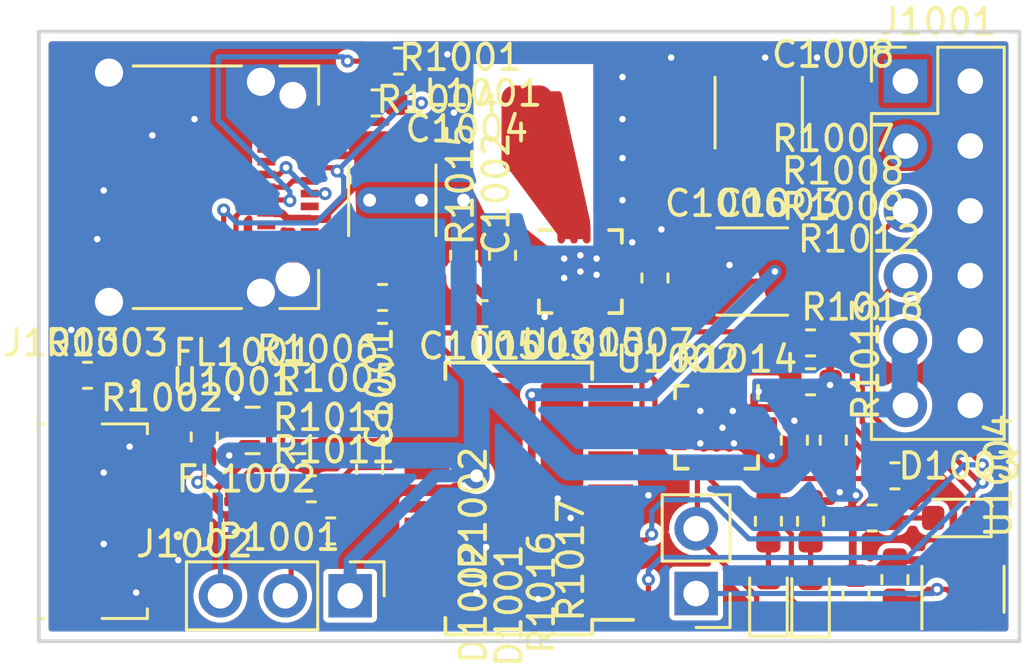
<source format=kicad_pcb>
(kicad_pcb (version 20171130) (host pcbnew 5.1.10-88a1d61d58~88~ubuntu20.04.1)
  (layers (0 F.Cu signal) (31 B.Cu signal) (34 B.Paste user hide) (35 F.Paste user) (36 B.SilkS user) (37 F.SilkS user) (38 B.Mask user hide) (39 F.Mask user hide) (44 Edge.Cuts user))
  (net 0 "")
  (net 1 +3V3)
  (net 2 +5V)
  (net 3 GND)
  (net 4 /Sheet5C4CE702/USB_B_P)
  (net 5 /Sheet5C4CE702/USB2_P)
  (net 6 /Sheet5C4CE702/USB2_N)
  (net 7 /Sheet5C4CE702/USB_B_N)
  (net 8 /Sheet5C4CE702/USB1_N)
  (net 9 /Sheet5C4CE702/USB1_P)
  (net 10 UART_RX_MIO14)
  (net 11 UART_TX_MIO15)
  (net 12 /Sheet5C4CE702/USB_P)
  (net 13 /Sheet5C4CE702/USB_N)
  (net 14 "Net-(C1001-Pad1)")
  (net 15 "Net-(C1005-Pad1)")
  (net 16 "Net-(C1007-Pad1)")
  (net 17 "Net-(D1001-Pad1)")
  (net 18 "Net-(D1001-Pad2)")
  (net 19 "Net-(D1002-Pad1)")
  (net 20 "Net-(D1002-Pad2)")
  (net 21 "Net-(D1003-Pad2)")
  (net 22 "Net-(D1003-Pad1)")
  (net 23 "Net-(J1002-Pad1)")
  (net 24 "Net-(J1002-Pad4)")
  (net 25 "Net-(J1003-PadA2)")
  (net 26 "Net-(J1003-PadA3)")
  (net 27 "Net-(J1003-PadA5)")
  (net 28 "Net-(J1003-PadA10)")
  (net 29 "Net-(J1003-PadA8)")
  (net 30 "Net-(J1003-PadA11)")
  (net 31 "Net-(J1003-PadB2)")
  (net 32 "Net-(J1003-PadB3)")
  (net 33 "Net-(J1003-PadB5)")
  (net 34 "Net-(J1003-PadB8)")
  (net 35 "Net-(J1003-PadB10)")
  (net 36 "Net-(J1003-PadB11)")
  (net 37 "Net-(JP1001-Pad2)")
  (net 38 "Net-(JP1002-Pad1)")
  (net 39 "Net-(L1001-Pad2)")
  (net 40 "Net-(R1002-Pad1)")
  (net 41 "Net-(R1005-Pad2)")
  (net 42 "Net-(R1006-Pad2)")
  (net 43 "Net-(R1007-Pad2)")
  (net 44 "Net-(R1008-Pad2)")
  (net 45 "Net-(R1009-Pad1)")
  (net 46 "Net-(R1010-Pad2)")
  (net 47 "Net-(U1002-Pad15)")
  (net 48 "Net-(U1002-Pad14)")
  (net 49 "Net-(U1002-Pad11)")
  (net 50 "Net-(U1002-Pad8)")
  (net 51 "Net-(U1002-Pad5)")
  (net 52 "Net-(U1002-Pad4)")
  (net 53 "Net-(U1002-Pad1)")
  (net 54 "Net-(U1003-Pad2)")
  (net 55 "Net-(U1003-Pad3)")
  (net 56 "Net-(U1003-Pad6)")
  (net 57 "Net-(U1003-Pad9)")
  (net 58 "Net-(U1003-Pad10)")
  (net 59 "Net-(U1003-Pad11)")
  (net 60 "Net-(U1003-Pad12)")
  (net 61 "Net-(U1003-Pad13)")
  (net 62 "Net-(U1003-Pad14)")
  (net 63 "Net-(U1003-Pad22)")
  (net 64 "Net-(U1003-Pad23)")
  (net 65 "Net-(U1003-Pad27)")
  (net 66 "Net-(U1003-Pad28)")
  (net 67 "Net-(U1005-Pad7)")
  (net 68 "Net-(U1005-Pad8)")
  (net 69 /Sheet5C4CE702/USB_C_D_N)
  (net 70 /Sheet5C4CE702/USB_C_D_P)
  (module Connector_PinHeader_2.54mm:PinHeader_2x06_P2.54mm_Vertical (layer F.Cu) (at 147.22348 114.97056)
    (fp_text reference J1001 (at 1.27 -2.33) (layer F.SilkS))
    (fp_text value Conn_02x06_Odd_Even)
    (pad 12 thru_hole oval (at 2.54 12.7) (size 1.7 1.7) (drill 1) (layers *.Cu *.Mask) (net 3 GND))
    (pad 11 thru_hole oval (at 0 12.7) (size 1.7 1.7) (drill 1) (layers *.Cu *.Mask) (net 2 +5V))
    (pad 10 thru_hole oval (at 2.54 10.16) (size 1.7 1.7) (drill 1) (layers *.Cu *.Mask) (net 3 GND))
    (pad 9 thru_hole oval (at 0 10.16) (size 1.7 1.7) (drill 1) (layers *.Cu *.Mask) (net 2 +5V))
    (pad 8 thru_hole oval (at 2.54 7.62) (size 1.7 1.7) (drill 1) (layers *.Cu *.Mask) (net 3 GND))
    (pad 7 thru_hole oval (at 0 7.62) (size 1.7 1.7) (drill 1) (layers *.Cu *.Mask) (net 11 UART_TX_MIO15))
    (pad 6 thru_hole oval (at 2.54 5.08) (size 1.7 1.7) (drill 1) (layers *.Cu *.Mask) (net 3 GND))
    (pad 5 thru_hole oval (at 0 5.08) (size 1.7 1.7) (drill 1) (layers *.Cu *.Mask) (net 10 UART_RX_MIO14))
    (pad 4 thru_hole oval (at 2.54 2.54) (size 1.7 1.7) (drill 1) (layers *.Cu *.Mask) (net 3 GND))
    (pad 3 thru_hole oval (at 0 2.54) (size 1.7 1.7) (drill 1) (layers *.Cu *.Mask) (net 1 +3V3))
    (pad 2 thru_hole oval (at 2.54 0) (size 1.7 1.7) (drill 1) (layers *.Cu *.Mask) (net 3 GND))
    (pad 1 thru_hole rect (at 0 0) (size 1.7 1.7) (drill 1) (layers *.Cu *.Mask) (net 1 +3V3))
  )
  (module Package_SO:SSOP-28_5.3x10.2mm_P0.65mm (layer F.Cu) (at 132.08 131.318 180)
    (fp_text reference U1003 (at -0.508 5.969 180) (layer F.SilkS))
    (fp_text value FT232RL)
    (pad 1 smd rect (at -3.6 -4.225 180) (size 1.75 0.45) (layers F.Cu F.Paste F.Mask) (net 10 UART_RX_MIO14))
    (pad 2 smd rect (at -3.6 -3.575 180) (size 1.75 0.45) (layers F.Cu F.Paste F.Mask) (net 54 "Net-(U1003-Pad2)"))
    (pad 3 smd rect (at -3.6 -2.925 180) (size 1.75 0.45) (layers F.Cu F.Paste F.Mask) (net 55 "Net-(U1003-Pad3)"))
    (pad 4 smd rect (at -3.6 -2.275 180) (size 1.75 0.45) (layers F.Cu F.Paste F.Mask) (net 1 +3V3))
    (pad 5 smd rect (at -3.6 -1.625 180) (size 1.75 0.45) (layers F.Cu F.Paste F.Mask) (net 11 UART_TX_MIO15))
    (pad 6 smd rect (at -3.6 -0.975 180) (size 1.75 0.45) (layers F.Cu F.Paste F.Mask) (net 56 "Net-(U1003-Pad6)"))
    (pad 7 smd rect (at -3.6 -0.325 180) (size 1.75 0.45) (layers F.Cu F.Paste F.Mask) (net 3 GND))
    (pad 8 smd rect (at -3.6 0.325 180) (size 1.75 0.45) (layers F.Cu F.Paste F.Mask))
    (pad 9 smd rect (at -3.6 0.975 180) (size 1.75 0.45) (layers F.Cu F.Paste F.Mask) (net 57 "Net-(U1003-Pad9)"))
    (pad 10 smd rect (at -3.6 1.625 180) (size 1.75 0.45) (layers F.Cu F.Paste F.Mask) (net 58 "Net-(U1003-Pad10)"))
    (pad 11 smd rect (at -3.6 2.275 180) (size 1.75 0.45) (layers F.Cu F.Paste F.Mask) (net 59 "Net-(U1003-Pad11)"))
    (pad 12 smd rect (at -3.6 2.925 180) (size 1.75 0.45) (layers F.Cu F.Paste F.Mask) (net 60 "Net-(U1003-Pad12)"))
    (pad 13 smd rect (at -3.6 3.575 180) (size 1.75 0.45) (layers F.Cu F.Paste F.Mask) (net 61 "Net-(U1003-Pad13)"))
    (pad 14 smd rect (at -3.6 4.225 180) (size 1.75 0.45) (layers F.Cu F.Paste F.Mask) (net 62 "Net-(U1003-Pad14)"))
    (pad 15 smd rect (at 3.6 4.225 180) (size 1.75 0.45) (layers F.Cu F.Paste F.Mask) (net 12 /Sheet5C4CE702/USB_P))
    (pad 16 smd rect (at 3.6 3.575 180) (size 1.75 0.45) (layers F.Cu F.Paste F.Mask) (net 13 /Sheet5C4CE702/USB_N))
    (pad 17 smd rect (at 3.6 2.925 180) (size 1.75 0.45) (layers F.Cu F.Paste F.Mask) (net 14 "Net-(C1001-Pad1)"))
    (pad 18 smd rect (at 3.6 2.275 180) (size 1.75 0.45) (layers F.Cu F.Paste F.Mask) (net 3 GND))
    (pad 19 smd rect (at 3.6 1.625 180) (size 1.75 0.45) (layers F.Cu F.Paste F.Mask) (net 46 "Net-(R1010-Pad2)"))
    (pad 20 smd rect (at 3.6 0.975 180) (size 1.75 0.45) (layers F.Cu F.Paste F.Mask) (net 2 +5V))
    (pad 21 smd rect (at 3.6 0.325 180) (size 1.75 0.45) (layers F.Cu F.Paste F.Mask) (net 3 GND))
    (pad 22 smd rect (at 3.6 -0.325 180) (size 1.75 0.45) (layers F.Cu F.Paste F.Mask) (net 63 "Net-(U1003-Pad22)"))
    (pad 23 smd rect (at 3.6 -0.975 180) (size 1.75 0.45) (layers F.Cu F.Paste F.Mask) (net 64 "Net-(U1003-Pad23)"))
    (pad 24 smd rect (at 3.6 -1.625 180) (size 1.75 0.45) (layers F.Cu F.Paste F.Mask))
    (pad 25 smd rect (at 3.6 -2.275 180) (size 1.75 0.45) (layers F.Cu F.Paste F.Mask) (net 3 GND))
    (pad 26 smd rect (at 3.6 -2.925 180) (size 1.75 0.45) (layers F.Cu F.Paste F.Mask) (net 3 GND))
    (pad 27 smd rect (at 3.6 -3.575 180) (size 1.75 0.45) (layers F.Cu F.Paste F.Mask) (net 65 "Net-(U1003-Pad27)"))
    (pad 28 smd rect (at 3.6 -4.225 180) (size 1.75 0.45) (layers F.Cu F.Paste F.Mask) (net 66 "Net-(U1003-Pad28)"))
  )
  (module Capacitor_SMD:C_0603_1608Metric (layer F.Cu) (at 131.445 121.793 270)
    (fp_text reference C1002 (at -2.413 0.254 270) (layer F.SilkS))
    (fp_text value 100nF_603)
    (pad 1 smd roundrect (at -0.7875 0 270) (size 0.875 0.95) (layers F.Cu F.Paste F.Mask) (net 2 +5V))
    (pad 2 smd roundrect (at 0.7875 0 270) (size 0.875 0.95) (layers F.Cu F.Paste F.Mask) (net 3 GND))
  )
  (module Capacitor_SMD:C_0603_1608Metric (layer F.Cu) (at 126.238 130.175 270)
    (fp_text reference C1001 (at -3.175 -0.381 270) (layer F.SilkS))
    (fp_text value 100nF_603)
    (pad 2 smd roundrect (at 0.7875 0 270) (size 0.875 0.95) (layers F.Cu F.Paste F.Mask) (net 3 GND))
    (pad 1 smd roundrect (at -0.7875 0 270) (size 0.875 0.95) (layers F.Cu F.Paste F.Mask) (net 14 "Net-(C1001-Pad1)"))
  )
  (module Capacitor_SMD:C_0603_1608Metric (layer F.Cu) (at 142.875 129.032 90)
    (fp_text reference C1003 (at 9.271 -0.635 180) (layer F.SilkS))
    (fp_text value 100nF_603)
    (pad 1 smd roundrect (at -0.7875 0 90) (size 0.875 0.95) (layers F.Cu F.Paste F.Mask) (net 3 GND))
    (pad 2 smd roundrect (at 0.7875 0 90) (size 0.875 0.95) (layers F.Cu F.Paste F.Mask) (net 2 +5V))
  )
  (module Capacitor_SMD:C_0603_1608Metric (layer F.Cu) (at 130.683 124.079 180)
    (fp_text reference C1005 (at 0.127 -1.27 180) (layer F.SilkS))
    (fp_text value 100nF_603)
    (pad 2 smd roundrect (at 0.7875 0 180) (size 0.875 0.95) (layers F.Cu F.Paste F.Mask) (net 3 GND))
    (pad 1 smd roundrect (at -0.7875 0 180) (size 0.875 0.95) (layers F.Cu F.Paste F.Mask) (net 15 "Net-(C1005-Pad1)"))
  )
  (module Capacitor_SMD:C_0603_1608Metric (layer F.Cu) (at 137.414 122.682 90)
    (fp_text reference C1007 (at -2.54 -0.889 180) (layer F.SilkS))
    (fp_text value 100nF_603)
    (pad 1 smd roundrect (at -0.7875 0 90) (size 0.875 0.95) (layers F.Cu F.Paste F.Mask) (net 16 "Net-(C1007-Pad1)"))
    (pad 2 smd roundrect (at 0.7875 0 90) (size 0.875 0.95) (layers F.Cu F.Paste F.Mask) (net 3 GND))
  )
  (module Capacitor_SMD:C_1812_4532Metric (layer F.Cu) (at 127.127 119.634 270)
    (fp_text reference C1004 (at -2.794 -2.921) (layer F.SilkS))
    (fp_text value 22uF_lo_ESR)
    (pad 1 smd roundrect (at -2.1375 0 270) (size 1.125 3.4) (layers F.Cu F.Paste F.Mask) (roundrect_rratio 0.222222) (net 2 +5V))
    (pad 2 smd roundrect (at 2.1375 0 270) (size 1.125 3.4) (layers F.Cu F.Paste F.Mask) (roundrect_rratio 0.222222) (net 3 GND))
  )
  (module Capacitor_SMD:C_1812_4532Metric (layer F.Cu) (at 141.224 122.428 180)
    (fp_text reference C1006 (at 1.016 2.667 180) (layer F.SilkS))
    (fp_text value 22uF_lo_ESR)
    (pad 2 smd roundrect (at 2.1375 0 180) (size 1.125 3.4) (layers F.Cu F.Paste F.Mask) (roundrect_rratio 0.222222) (net 3 GND))
    (pad 1 smd roundrect (at -2.1375 0 180) (size 1.125 3.4) (layers F.Cu F.Paste F.Mask) (roundrect_rratio 0.222222) (net 1 +3V3))
  )
  (module Capacitor_SMD:C_1812_4532Metric (layer F.Cu) (at 141.478 116.205 90)
    (fp_text reference C1008 (at 2.286 2.921 180) (layer F.SilkS))
    (fp_text value 22uF_lo_ESR)
    (pad 1 smd roundrect (at -2.1375 0 90) (size 1.125 3.4) (layers F.Cu F.Paste F.Mask) (roundrect_rratio 0.222222) (net 1 +3V3))
    (pad 2 smd roundrect (at 2.1375 0 90) (size 1.125 3.4) (layers F.Cu F.Paste F.Mask) (roundrect_rratio 0.222222) (net 3 GND))
  )
  (module Connector_PinHeader_2.54mm:PinHeader_1x02_P2.54mm_Vertical (layer F.Cu) (at 139.0269 135.0391 180)
    (fp_text reference JP1002 (at 8.7249 2.9591 270) (layer F.SilkS))
    (fp_text value Jumper_NO_Small)
    (pad 1 thru_hole rect (at 0 0 180) (size 1.7 1.7) (drill 1) (layers *.Cu *.Mask) (net 38 "Net-(JP1002-Pad1)"))
    (pad 2 thru_hole oval (at 0 2.54 180) (size 1.7 1.7) (drill 1) (layers *.Cu *.Mask) (net 19 "Net-(D1002-Pad1)"))
  )
  (module Connector_PinHeader_2.54mm:PinHeader_1x03_P2.54mm_Vertical (layer F.Cu) (at 125.476 135.128 270)
    (fp_text reference JP1001 (at -2.286 3.175) (layer F.SilkS))
    (fp_text value Jumper_3_Bridged12)
    (pad 1 thru_hole rect (at 0 0 270) (size 1.7 1.7) (drill 1) (layers *.Cu *.Mask) (net 2 +5V))
    (pad 2 thru_hole oval (at 0 2.54 270) (size 1.7 1.7) (drill 1) (layers *.Cu *.Mask) (net 37 "Net-(JP1001-Pad2)"))
    (pad 3 thru_hole oval (at 0 5.08 270) (size 1.7 1.7) (drill 1) (layers *.Cu *.Mask) (net 23 "Net-(J1002-Pad1)"))
  )
  (module Connector_USB:USB_C_Receptacle_Amphenol_12401610E4-2A_CircularHoles (layer F.Cu) (at 118.872 119.126 270)
    (fp_text reference J1003 (at 6.096 4.699) (layer F.SilkS))
    (fp_text value USB_C_Receptacle)
    (pad S1 thru_hole circle (at -4.13 -3.11 270) (size 1.4 1.4) (drill 1.1) (layers *.Cu *.Mask) (net 3 GND))
    (pad A1 smd rect (at -2.75 -5.02 270) (size 0.3 0.7) (layers F.Cu F.Paste F.Mask) (net 3 GND))
    (pad A2 smd rect (at -2.25 -5.02 270) (size 0.3 0.7) (layers F.Cu F.Paste F.Mask) (net 25 "Net-(J1003-PadA2)"))
    (pad A3 smd rect (at -1.75 -5.02 270) (size 0.3 0.7) (layers F.Cu F.Paste F.Mask) (net 26 "Net-(J1003-PadA3)"))
    (pad A4 smd rect (at -1.25 -5.02 270) (size 0.3 0.7) (layers F.Cu F.Paste F.Mask) (net 2 +5V))
    (pad A5 smd rect (at -0.75 -5.02 270) (size 0.3 0.7) (layers F.Cu F.Paste F.Mask) (net 27 "Net-(J1003-PadA5)"))
    (pad A6 smd rect (at -0.25 -5.02 270) (size 0.3 0.7) (layers F.Cu F.Paste F.Mask) (net 70 /Sheet5C4CE702/USB_C_D_P))
    (pad A7 smd rect (at 0.25 -5.02 270) (size 0.3 0.7) (layers F.Cu F.Paste F.Mask) (net 69 /Sheet5C4CE702/USB_C_D_N))
    (pad A12 smd rect (at 2.75 -5.02 270) (size 0.3 0.7) (layers F.Cu F.Paste F.Mask) (net 3 GND))
    (pad A10 smd rect (at 1.75 -5.02 270) (size 0.3 0.7) (layers F.Cu F.Paste F.Mask) (net 28 "Net-(J1003-PadA10)"))
    (pad A9 smd rect (at 1.25 -5.02 270) (size 0.3 0.7) (layers F.Cu F.Paste F.Mask) (net 2 +5V))
    (pad A8 smd rect (at 0.75 -5.02 270) (size 0.3 0.7) (layers F.Cu F.Paste F.Mask) (net 29 "Net-(J1003-PadA8)"))
    (pad A11 smd rect (at 2.25 -5.02 270) (size 0.3 0.7) (layers F.Cu F.Paste F.Mask) (net 30 "Net-(J1003-PadA11)"))
    (pad B1 smd rect (at 2.5 -3.32 270) (size 0.3 0.7) (layers F.Cu F.Paste F.Mask) (net 3 GND))
    (pad S1 thru_hole circle (at 4.13 -3.11 270) (size 1.4 1.4) (drill 1.1) (layers *.Cu *.Mask) (net 3 GND))
    (pad S1 thru_hole circle (at 4.49 2.84 270) (size 1.4 1.4) (drill 1.1) (layers *.Cu *.Mask) (net 3 GND))
    (pad S1 thru_hole circle (at -4.49 2.84 270) (size 1.4 1.4) (drill 1.1) (layers *.Cu *.Mask) (net 3 GND))
    (pad "" np_thru_hole circle (at 3.6 -4.36 270) (size 0.95 0.95) (drill 0.95) (layers *.Cu *.Mask))
    (pad "" np_thru_hole circle (at -3.6 -4.36 270) (size 0.65 0.65) (drill 0.65) (layers *.Cu *.Mask))
    (pad B2 smd rect (at 2 -3.32 270) (size 0.3 0.7) (layers F.Cu F.Paste F.Mask) (net 31 "Net-(J1003-PadB2)"))
    (pad B3 smd rect (at 1.5 -3.32 270) (size 0.3 0.7) (layers F.Cu F.Paste F.Mask) (net 32 "Net-(J1003-PadB3)"))
    (pad B4 smd rect (at 1 -3.32 270) (size 0.3 0.7) (layers F.Cu F.Paste F.Mask) (net 2 +5V))
    (pad B5 smd rect (at 0.5 -3.32 270) (size 0.3 0.7) (layers F.Cu F.Paste F.Mask) (net 33 "Net-(J1003-PadB5)"))
    (pad B6 smd rect (at 0 -3.32 270) (size 0.3 0.7) (layers F.Cu F.Paste F.Mask) (net 70 /Sheet5C4CE702/USB_C_D_P))
    (pad B7 smd rect (at -0.5 -3.32 270) (size 0.3 0.7) (layers F.Cu F.Paste F.Mask) (net 69 /Sheet5C4CE702/USB_C_D_N))
    (pad B8 smd rect (at -1 -3.32 270) (size 0.3 0.7) (layers F.Cu F.Paste F.Mask) (net 34 "Net-(J1003-PadB8)"))
    (pad B9 smd rect (at -1.5 -3.32 270) (size 0.3 0.7) (layers F.Cu F.Paste F.Mask) (net 2 +5V))
    (pad B10 smd rect (at -2 -3.32 270) (size 0.3 0.7) (layers F.Cu F.Paste F.Mask) (net 35 "Net-(J1003-PadB10)"))
    (pad B11 smd rect (at -2.5 -3.32 270) (size 0.3 0.7) (layers F.Cu F.Paste F.Mask) (net 36 "Net-(J1003-PadB11)"))
    (pad B12 smd rect (at -3 -3.32 270) (size 0.3 0.7) (layers F.Cu F.Paste F.Mask) (net 3 GND))
  )
  (module Connector_USB:USB_Micro-B_Molex_47346-0001 (layer F.Cu) (at 115.824 132.207 270)
    (fp_text reference J1002 (at 0.889 -3.556 180) (layer F.SilkS))
    (fp_text value USB_miniB)
    (pad 1 smd rect (at -1.3 -1.46 270) (size 0.45 1.38) (layers F.Cu F.Paste F.Mask) (net 23 "Net-(J1002-Pad1)"))
    (pad 2 smd rect (at -0.65 -1.46 270) (size 0.45 1.38) (layers F.Cu F.Paste F.Mask) (net 7 /Sheet5C4CE702/USB_B_N))
    (pad 3 smd rect (at 0 -1.46 270) (size 0.45 1.38) (layers F.Cu F.Paste F.Mask) (net 4 /Sheet5C4CE702/USB_B_P))
    (pad 4 smd rect (at 0.65 -1.46 270) (size 0.45 1.38) (layers F.Cu F.Paste F.Mask) (net 24 "Net-(J1002-Pad4)"))
    (pad 5 smd rect (at 1.3 -1.46 270) (size 0.45 1.38) (layers F.Cu F.Paste F.Mask) (net 3 GND))
    (pad 6 smd rect (at -2.4625 -1.1 270) (size 1.475 2.1) (layers F.Cu F.Paste F.Mask) (net 3 GND))
    (pad 6 smd rect (at 2.4625 -1.1 270) (size 1.475 2.1) (layers F.Cu F.Paste F.Mask) (net 3 GND))
    (pad 6 smd rect (at -2.91 1.2 270) (size 2.375 1.9) (layers F.Cu F.Paste F.Mask) (net 3 GND))
    (pad 6 smd rect (at 2.91 1.2 270) (size 2.375 1.9) (layers F.Cu F.Paste F.Mask) (net 3 GND))
    (pad 6 smd rect (at -0.84 1.2 270) (size 1.175 1.9) (layers F.Cu F.Paste F.Mask) (net 3 GND))
    (pad 6 smd rect (at 0.84 1.2 270) (size 1.175 1.9) (layers F.Cu F.Paste F.Mask) (net 3 GND))
  )
  (module LED_SMD:LED_0603_1608Metric (layer F.Cu) (at 143.51 135.255 90)
    (fp_text reference D1001 (at -0.254 -11.811 270) (layer F.SilkS))
    (fp_text value LED)
    (pad 1 smd roundrect (at -0.7875 0 90) (size 0.875 0.95) (layers F.Cu F.Paste F.Mask) (net 17 "Net-(D1001-Pad1)"))
    (pad 2 smd roundrect (at 0.7875 0 90) (size 0.875 0.95) (layers F.Cu F.Paste F.Mask) (net 18 "Net-(D1001-Pad2)"))
  )
  (module LED_SMD:LED_0603_1608Metric (layer F.Cu) (at 149.098 132.08 180)
    (fp_text reference D1003 (at -0.254 2.032 180) (layer F.SilkS))
    (fp_text value LED)
    (pad 2 smd roundrect (at 0.7875 0 180) (size 0.875 0.95) (layers F.Cu F.Paste F.Mask) (net 21 "Net-(D1003-Pad2)"))
    (pad 1 smd roundrect (at -0.7875 0 180) (size 0.875 0.95) (layers F.Cu F.Paste F.Mask) (net 22 "Net-(D1003-Pad1)"))
  )
  (module LED_SMD:LED_0603_1608Metric (layer F.Cu) (at 141.859 135.2295 90)
    (fp_text reference D1002 (at -0.1525 -11.557 90) (layer F.SilkS))
    (fp_text value LED)
    (pad 1 smd roundrect (at -0.7875 0 90) (size 0.875 0.95) (layers F.Cu F.Paste F.Mask) (net 19 "Net-(D1002-Pad1)"))
    (pad 2 smd roundrect (at 0.7875 0 90) (size 0.875 0.95) (layers F.Cu F.Paste F.Mask) (net 20 "Net-(D1002-Pad2)"))
  )
  (module Package_DFN_QFN:QFN-16-1EP_3x3mm_P0.5mm_EP1.8x1.8mm (layer F.Cu) (at 139.827 128.524 270)
    (fp_text reference U1002 (at -2.667 1.524) (layer F.SilkS))
    (fp_text value UTC2000)
    (pad 17 smd rect (at 0 0 270) (size 1.8 1.8) (layers F.Cu F.Mask) (net 3 GND))
    (pad 16 smd oval (at -0.75 -1.475) (size 0.75 0.3) (layers F.Cu F.Paste F.Mask) (net 2 +5V))
    (pad 15 smd oval (at -0.25 -1.475) (size 0.75 0.3) (layers F.Cu F.Paste F.Mask) (net 47 "Net-(U1002-Pad15)"))
    (pad 14 smd oval (at 0.25 -1.475) (size 0.75 0.3) (layers F.Cu F.Paste F.Mask) (net 48 "Net-(U1002-Pad14)"))
    (pad 13 smd oval (at 0.75 -1.475) (size 0.75 0.3) (layers F.Cu F.Paste F.Mask) (net 3 GND))
    (pad 12 smd oval (at 1.475 -0.75 270) (size 0.75 0.3) (layers F.Cu F.Paste F.Mask) (net 45 "Net-(R1009-Pad1)"))
    (pad 11 smd oval (at 1.475 -0.25 270) (size 0.75 0.3) (layers F.Cu F.Paste F.Mask) (net 49 "Net-(U1002-Pad11)"))
    (pad 10 smd oval (at 1.475 0.25 270) (size 0.75 0.3) (layers F.Cu F.Paste F.Mask) (net 17 "Net-(D1001-Pad1)"))
    (pad 9 smd oval (at 1.475 0.75 270) (size 0.75 0.3) (layers F.Cu F.Paste F.Mask) (net 19 "Net-(D1002-Pad1)"))
    (pad 8 smd oval (at 0.75 1.475) (size 0.75 0.3) (layers F.Cu F.Paste F.Mask) (net 50 "Net-(U1002-Pad8)"))
    (pad 7 smd oval (at 0.25 1.475) (size 0.75 0.3) (layers F.Cu F.Paste F.Mask) (net 41 "Net-(R1005-Pad2)"))
    (pad 6 smd oval (at -0.25 1.475) (size 0.75 0.3) (layers F.Cu F.Paste F.Mask) (net 42 "Net-(R1006-Pad2)"))
    (pad 5 smd oval (at -0.75 1.475) (size 0.75 0.3) (layers F.Cu F.Paste F.Mask) (net 51 "Net-(U1002-Pad5)"))
    (pad 4 smd oval (at -1.475 0.75 270) (size 0.75 0.3) (layers F.Cu F.Paste F.Mask) (net 52 "Net-(U1002-Pad4)"))
    (pad 3 smd oval (at -1.475 0.25 270) (size 0.75 0.3) (layers F.Cu F.Paste F.Mask) (net 43 "Net-(R1007-Pad2)"))
    (pad 2 smd oval (at -1.475 -0.25 270) (size 0.75 0.3) (layers F.Cu F.Paste F.Mask) (net 44 "Net-(R1008-Pad2)"))
    (pad 1 smd oval (at -1.475 -0.75 270) (size 0.75 0.3) (layers F.Cu F.Paste F.Mask) (net 53 "Net-(U1002-Pad1)"))
  )
  (module Package_DFN_QFN:QFN-16-1EP_3x3mm_P0.5mm_EP1.8x1.8mm (layer F.Cu) (at 134.493 122.428)
    (fp_text reference U1005 (at 0.127 2.794) (layer F.SilkS))
    (fp_text value SC185)
    (pad 1 smd oval (at -1.475 -0.75) (size 0.75 0.3) (layers F.Cu F.Paste F.Mask) (net 2 +5V))
    (pad 2 smd oval (at -1.475 -0.25) (size 0.75 0.3) (layers F.Cu F.Paste F.Mask) (net 2 +5V))
    (pad 3 smd oval (at -1.475 0.25) (size 0.75 0.3) (layers F.Cu F.Paste F.Mask) (net 3 GND))
    (pad 4 smd oval (at -1.475 0.75) (size 0.75 0.3) (layers F.Cu F.Paste F.Mask) (net 15 "Net-(C1005-Pad1)"))
    (pad 5 smd oval (at -0.75 1.475 90) (size 0.75 0.3) (layers F.Cu F.Paste F.Mask) (net 3 GND))
    (pad 6 smd oval (at -0.25 1.475 90) (size 0.75 0.3) (layers F.Cu F.Paste F.Mask) (net 22 "Net-(D1003-Pad1)"))
    (pad 7 smd oval (at 0.25 1.475 90) (size 0.75 0.3) (layers F.Cu F.Paste F.Mask) (net 67 "Net-(U1005-Pad7)"))
    (pad 8 smd oval (at 0.75 1.475 90) (size 0.75 0.3) (layers F.Cu F.Paste F.Mask) (net 68 "Net-(U1005-Pad8)"))
    (pad 9 smd oval (at 1.475 0.75) (size 0.75 0.3) (layers F.Cu F.Paste F.Mask) (net 16 "Net-(C1007-Pad1)"))
    (pad 10 smd oval (at 1.475 0.25) (size 0.75 0.3) (layers F.Cu F.Paste F.Mask) (net 1 +3V3))
    (pad 11 smd oval (at 1.475 -0.25) (size 0.75 0.3) (layers F.Cu F.Paste F.Mask) (net 3 GND))
    (pad 12 smd oval (at 1.475 -0.75) (size 0.75 0.3) (layers F.Cu F.Paste F.Mask) (net 3 GND))
    (pad 13 smd oval (at 0.75 -1.475 90) (size 0.75 0.3) (layers F.Cu F.Paste F.Mask) (net 3 GND))
    (pad 14 smd oval (at 0.25 -1.475 90) (size 0.75 0.3) (layers F.Cu F.Paste F.Mask) (net 39 "Net-(L1001-Pad2)"))
    (pad 15 smd oval (at -0.25 -1.475 90) (size 0.75 0.3) (layers F.Cu F.Paste F.Mask) (net 39 "Net-(L1001-Pad2)"))
    (pad 16 smd oval (at -0.75 -1.475 90) (size 0.75 0.3) (layers F.Cu F.Paste F.Mask) (net 39 "Net-(L1001-Pad2)"))
    (pad 17 smd rect (at 0 0) (size 1.8 1.8) (layers F.Cu F.Mask) (net 3 GND))
  )
  (module Package_DFN_QFN:UQFN-10_1.6x2.1mm_P0.5mm (layer F.Cu) (at 122.555 128.651 270)
    (fp_text reference U1001 (at -1.905 1.651) (layer F.SilkS))
    (fp_text value USB3740B-AI9)
    (pad 1 smd roundrect (at -0.625 -0.25 270) (size 1.05 0.25) (layers F.Cu F.Paste F.Mask) (net 8 /Sheet5C4CE702/USB1_N))
    (pad 2 smd roundrect (at -0.625 0.25 270) (size 1.05 0.25) (layers F.Cu F.Paste F.Mask) (net 9 /Sheet5C4CE702/USB1_P))
    (pad 3 smd roundrect (at -0.5 1 270) (size 0.25 0.8) (layers F.Cu F.Paste F.Mask) (net 3 GND))
    (pad 4 smd roundrect (at 0 1 270) (size 0.25 0.8) (layers F.Cu F.Paste F.Mask) (net 40 "Net-(R1002-Pad1)"))
    (pad 5 smd roundrect (at 0.5 1 270) (size 0.25 0.8) (layers F.Cu F.Paste F.Mask) (net 2 +5V))
    (pad 6 smd roundrect (at 0.625 0.25 270) (size 1.05 0.25) (layers F.Cu F.Paste F.Mask) (net 5 /Sheet5C4CE702/USB2_P))
    (pad 7 smd roundrect (at 0.625 -0.25 270) (size 1.05 0.25) (layers F.Cu F.Paste F.Mask) (net 6 /Sheet5C4CE702/USB2_N))
    (pad 8 smd roundrect (at 0.5 -1 270) (size 0.25 0.8) (layers F.Cu F.Paste F.Mask) (net 3 GND))
    (pad 9 smd roundrect (at 0 -1 270) (size 0.25 0.8) (layers F.Cu F.Paste F.Mask) (net 13 /Sheet5C4CE702/USB_N))
    (pad 10 smd roundrect (at -0.5 -1 270) (size 0.25 0.8) (layers F.Cu F.Paste F.Mask) (net 12 /Sheet5C4CE702/USB_P))
  )
  (module Package_TO_SOT_SMD:SOT-23-5 (layer F.Cu) (at 149.479 134.874 90)
    (fp_text reference U1004 (at 4.445 1.397 90) (layer F.SilkS))
    (fp_text value 74LVC1G00)
    (pad 1 smd rect (at -1.1 -0.95 90) (size 1.06 0.65) (layers F.Cu F.Paste F.Mask) (net 17 "Net-(D1001-Pad1)"))
    (pad 2 smd rect (at -1.1 0 90) (size 1.06 0.65) (layers F.Cu F.Paste F.Mask) (net 38 "Net-(JP1002-Pad1)"))
    (pad 3 smd rect (at -1.1 0.95 90) (size 1.06 0.65) (layers F.Cu F.Paste F.Mask) (net 3 GND))
    (pad 4 smd rect (at 1.1 0.95 90) (size 1.06 0.65) (layers F.Cu F.Paste F.Mask) (net 22 "Net-(D1003-Pad1)"))
    (pad 5 smd rect (at 1.1 -0.95 90) (size 1.06 0.65) (layers F.Cu F.Paste F.Mask) (net 2 +5V))
  )
  (module Resistor_SMD:R_0603_1608Metric (layer F.Cu) (at 119.761 128.905 270)
    (fp_text reference R1002 (at -1.524 1.651) (layer F.SilkS))
    (fp_text value R100k)
    (pad 2 smd roundrect (at 0.7875 0 270) (size 0.875 0.95) (layers F.Cu F.Paste F.Mask) (net 23 "Net-(J1002-Pad1)"))
    (pad 1 smd roundrect (at -0.7875 0 270) (size 0.875 0.95) (layers F.Cu F.Paste F.Mask) (net 40 "Net-(R1002-Pad1)"))
  )
  (module Resistor_SMD:R_0603_1608Metric (layer F.Cu) (at 146.812 130.429 180)
    (fp_text reference R1012 (at 1.397 9.271) (layer F.SilkS))
    (fp_text value 35k7)
    (pad 1 smd roundrect (at -0.7875 0 180) (size 0.875 0.95) (layers F.Cu F.Paste F.Mask) (net 2 +5V))
    (pad 2 smd roundrect (at 0.7875 0 180) (size 0.875 0.95) (layers F.Cu F.Paste F.Mask) (net 45 "Net-(R1009-Pad1)"))
  )
  (module Resistor_SMD:R_0603_1608Metric (layer F.Cu) (at 124.714 132.588)
    (fp_text reference R1011 (at 0.127 -3.175) (layer F.SilkS))
    (fp_text value R10k)
    (pad 2 smd roundrect (at 0.7875 0) (size 0.875 0.95) (layers F.Cu F.Paste F.Mask) (net 3 GND))
    (pad 1 smd roundrect (at -0.7875 0) (size 0.875 0.95) (layers F.Cu F.Paste F.Mask) (net 46 "Net-(R1010-Pad2)"))
  )
  (module Resistor_SMD:R_0603_1608Metric (layer F.Cu) (at 123.952 130.937)
    (fp_text reference R1010 (at 0.889 -2.794) (layer F.SilkS))
    (fp_text value R4k7)
    (pad 2 smd roundrect (at 0.7875 0) (size 0.875 0.95) (layers F.Cu F.Paste F.Mask) (net 46 "Net-(R1010-Pad2)"))
    (pad 1 smd roundrect (at -0.7875 0) (size 0.875 0.95) (layers F.Cu F.Paste F.Mask) (net 37 "Net-(JP1001-Pad2)"))
  )
  (module Resistor_SMD:R_0603_1608Metric (layer F.Cu) (at 126.746 123.444)
    (fp_text reference R1006 (at -2.54 2.032) (layer F.SilkS))
    (fp_text value R10k)
    (pad 2 smd roundrect (at 0.7875 0) (size 0.875 0.95) (layers F.Cu F.Paste F.Mask) (net 42 "Net-(R1006-Pad2)"))
    (pad 1 smd roundrect (at -0.7875 0) (size 0.875 0.95) (layers F.Cu F.Paste F.Mask) (net 33 "Net-(J1003-PadB5)"))
  )
  (module Resistor_SMD:R_0603_1608Metric (layer F.Cu) (at 126.746 124.968)
    (fp_text reference R1005 (at -1.778 1.651) (layer F.SilkS))
    (fp_text value R10k)
    (pad 1 smd roundrect (at -0.7875 0) (size 0.875 0.95) (layers F.Cu F.Paste F.Mask) (net 27 "Net-(J1003-PadA5)"))
    (pad 2 smd roundrect (at 0.7875 0) (size 0.875 0.95) (layers F.Cu F.Paste F.Mask) (net 41 "Net-(R1005-Pad2)"))
  )
  (module Resistor_SMD:R_0603_1608Metric (layer F.Cu) (at 126.492 115.824 180)
    (fp_text reference R1004 (at -2.413 0.127 180) (layer F.SilkS))
    (fp_text value 5k1)
    (pad 2 smd roundrect (at 0.7875 0 180) (size 0.875 0.95) (layers F.Cu F.Paste F.Mask) (net 3 GND))
    (pad 1 smd roundrect (at -0.7875 0 180) (size 0.875 0.95) (layers F.Cu F.Paste F.Mask) (net 27 "Net-(J1003-PadA5)"))
  )
  (module Resistor_SMD:R_0603_1608Metric (layer F.Cu) (at 127.3683 114.1857)
    (fp_text reference R1001 (at 2.4257 -0.1397) (layer F.SilkS))
    (fp_text value 5k1)
    (pad 1 smd roundrect (at -0.7875 0) (size 0.875 0.95) (layers F.Cu F.Paste F.Mask) (net 33 "Net-(J1003-PadB5)"))
    (pad 2 smd roundrect (at 0.7875 0) (size 0.875 0.95) (layers F.Cu F.Paste F.Mask) (net 3 GND))
  )
  (module Resistor_SMD:R_0603_1608Metric (layer F.Cu) (at 115.189 126.492)
    (fp_text reference R1003 (at 0.762 -1.27) (layer F.SilkS))
    (fp_text value R100k)
    (pad 2 smd roundrect (at 0.7875 0) (size 0.875 0.95) (layers F.Cu F.Paste F.Mask) (net 40 "Net-(R1002-Pad1)"))
    (pad 1 smd roundrect (at -0.7875 0) (size 0.875 0.95) (layers F.Cu F.Paste F.Mask) (net 3 GND))
  )
  (module Resistor_SMD:R_0603_1608Metric (layer F.Cu) (at 143.51 125.222 180)
    (fp_text reference R1007 (at -0.889 8.001 180) (layer F.SilkS))
    (fp_text value R10k)
    (pad 1 smd roundrect (at -0.7875 0 180) (size 0.875 0.95) (layers F.Cu F.Paste F.Mask) (net 2 +5V))
    (pad 2 smd roundrect (at 0.7875 0 180) (size 0.875 0.95) (layers F.Cu F.Paste F.Mask) (net 43 "Net-(R1007-Pad2)"))
  )
  (module Resistor_SMD:R_0603_1608Metric (layer F.Cu) (at 143.51 126.746 180)
    (fp_text reference R1008 (at -1.27 8.255 180) (layer F.SilkS))
    (fp_text value R10k)
    (pad 2 smd roundrect (at 0.7875 0 180) (size 0.875 0.95) (layers F.Cu F.Paste F.Mask) (net 44 "Net-(R1008-Pad2)"))
    (pad 1 smd roundrect (at -0.7875 0 180) (size 0.875 0.95) (layers F.Cu F.Paste F.Mask) (net 2 +5V))
  )
  (module Resistor_SMD:R_0603_1608Metric (layer F.Cu) (at 144.399 129.032 270)
    (fp_text reference R1009 (at -9.144 -0.381) (layer F.SilkS))
    (fp_text value 5k1)
    (pad 1 smd roundrect (at -0.7875 0 270) (size 0.875 0.95) (layers F.Cu F.Paste F.Mask) (net 45 "Net-(R1009-Pad1)"))
    (pad 2 smd roundrect (at 0.7875 0 270) (size 0.875 0.95) (layers F.Cu F.Paste F.Mask) (net 3 GND))
  )
  (module Resistor_SMD:R_0603_1608Metric (layer F.Cu) (at 129.921 121.793 90)
    (fp_text reference R1015 (at 2.794 -0.127 90) (layer F.SilkS))
    (fp_text value 1)
    (pad 2 smd roundrect (at 0.7875 0 90) (size 0.875 0.95) (layers F.Cu F.Paste F.Mask) (net 2 +5V))
    (pad 1 smd roundrect (at -0.7875 0 90) (size 0.875 0.95) (layers F.Cu F.Paste F.Mask) (net 15 "Net-(C1005-Pad1)"))
  )
  (module Resistor_SMD:R_0603_1608Metric (layer F.Cu) (at 145.288 135.128 270)
    (fp_text reference R1016 (at -0.127 12.319 270) (layer F.SilkS))
    (fp_text value R100k)
    (pad 1 smd roundrect (at -0.7875 0 270) (size 0.875 0.95) (layers F.Cu F.Paste F.Mask) (net 2 +5V))
    (pad 2 smd roundrect (at 0.7875 0 270) (size 0.875 0.95) (layers F.Cu F.Paste F.Mask) (net 17 "Net-(D1001-Pad1)"))
  )
  (module Resistor_SMD:R_0603_1608Metric (layer F.Cu) (at 143.51 132.207 270)
    (fp_text reference R1013 (at -6.35 -2.159 270) (layer F.SilkS))
    (fp_text value 1k5)
    (pad 2 smd roundrect (at 0.7875 0 270) (size 0.875 0.95) (layers F.Cu F.Paste F.Mask) (net 18 "Net-(D1001-Pad2)"))
    (pad 1 smd roundrect (at -0.7875 0 270) (size 0.875 0.95) (layers F.Cu F.Paste F.Mask) (net 2 +5V))
  )
  (module Resistor_SMD:R_0603_1608Metric (layer F.Cu) (at 141.859 132.207 270)
    (fp_text reference R1014 (at -6.35 1.27) (layer F.SilkS))
    (fp_text value 1k5)
    (pad 1 smd roundrect (at -0.7875 0 270) (size 0.875 0.95) (layers F.Cu F.Paste F.Mask) (net 2 +5V))
    (pad 2 smd roundrect (at 0.7875 0 270) (size 0.875 0.95) (layers F.Cu F.Paste F.Mask) (net 20 "Net-(D1002-Pad2)"))
  )
  (module Resistor_SMD:R_0603_1608Metric (layer F.Cu) (at 146.812 134.493 270)
    (fp_text reference R1017 (at -0.762 12.7 270) (layer F.SilkS))
    (fp_text value R100k)
    (pad 2 smd roundrect (at 0.7875 0 270) (size 0.875 0.95) (layers F.Cu F.Paste F.Mask) (net 38 "Net-(JP1002-Pad1)"))
    (pad 1 smd roundrect (at -0.7875 0 270) (size 0.875 0.95) (layers F.Cu F.Paste F.Mask) (net 2 +5V))
  )
  (module Resistor_SMD:R_0603_1608Metric (layer F.Cu) (at 145.923 132.08)
    (fp_text reference R1018 (at -0.381 -8.255 180) (layer F.SilkS))
    (fp_text value 1k5)
    (pad 1 smd roundrect (at -0.7875 0) (size 0.875 0.95) (layers F.Cu F.Paste F.Mask) (net 2 +5V))
    (pad 2 smd roundrect (at 0.7875 0) (size 0.875 0.95) (layers F.Cu F.Paste F.Mask) (net 21 "Net-(D1003-Pad2)"))
  )
  (module proj_footprints:L_CDMC6D28 (layer F.Cu) (at 135.255 116.84 180)
    (fp_text reference L1001 (at 4.572 1.397 180) (layer F.SilkS))
    (fp_text value 1uH)
    (pad 1 smd roundrect (at -2.85 0 180) (size 2 3.4) (layers F.Cu F.Paste F.Mask) (net 1 +3V3))
    (pad 2 smd roundrect (at 2.85 0 180) (size 2 3.4) (layers F.Cu F.Paste F.Mask) (net 39 "Net-(L1001-Pad2)"))
  )
  (module proj_footprints:WE_CNSW (layer F.Cu) (at 118.491 125.857)
    (fp_text reference FL1001 (at 2.794 -0.254) (layer F.SilkS))
    (fp_text value EMI_Filter_LL_14)
    (pad 4 smd roundrect (at -0.85 -0.4) (size 0.9 0.4) (layers F.Cu F.Paste F.Mask) (net 69 /Sheet5C4CE702/USB_C_D_N))
    (pad 3 smd roundrect (at 0.85 -0.4) (size 0.9 0.4) (layers F.Cu F.Paste F.Mask) (net 8 /Sheet5C4CE702/USB1_N))
    (pad 2 smd roundrect (at 0.85 0.4) (size 0.9 0.4) (layers F.Cu F.Paste F.Mask) (net 9 /Sheet5C4CE702/USB1_P))
    (pad 1 smd roundrect (at -0.85 0.4) (size 0.9 0.4) (layers F.Cu F.Paste F.Mask) (net 70 /Sheet5C4CE702/USB_C_D_P))
  )
  (module proj_footprints:WE_CNSW (layer F.Cu) (at 120.142 131.826)
    (fp_text reference FL1002 (at 1.27 -1.27) (layer F.SilkS))
    (fp_text value EMI_Filter_LL_14)
    (pad 1 smd roundrect (at -0.85 0.4) (size 0.9 0.4) (layers F.Cu F.Paste F.Mask) (net 4 /Sheet5C4CE702/USB_B_P))
    (pad 2 smd roundrect (at 0.85 0.4) (size 0.9 0.4) (layers F.Cu F.Paste F.Mask) (net 5 /Sheet5C4CE702/USB2_P))
    (pad 3 smd roundrect (at 0.85 -0.4) (size 0.9 0.4) (layers F.Cu F.Paste F.Mask) (net 6 /Sheet5C4CE702/USB2_N))
    (pad 4 smd roundrect (at -0.85 -0.4) (size 0.9 0.4) (layers F.Cu F.Paste F.Mask) (net 7 /Sheet5C4CE702/USB_B_N))
  )
  (gr_line (start 113.284 136.906) (end 113.284 113.03) (layer Edge.Cuts) (width 0.15))
  (gr_line (start 151.6888 136.906) (end 113.284 136.906) (layer Edge.Cuts) (width 0.15))
  (gr_line (start 151.6888 113.03) (end 151.6888 136.906) (layer Edge.Cuts) (width 0.15))
  (gr_line (start 113.284 113.03) (end 151.6888 113.03) (layer Edge.Cuts) (width 0.15))
  (segment (start 138.24459 123.120584) (end 138.24459 124.14759) (width 0.2032) (layer F.Cu) (net 1))
  (segment (start 135.968 122.678) (end 137.802006 122.678) (width 0.2032) (layer F.Cu) (net 1))
  (segment (start 137.802006 122.678) (end 138.24459 123.120584) (width 0.2032) (layer F.Cu) (net 1))
  (segment (start 139.61829 124.40741) (end 141.224 122.8017) (width 0.2032) (layer F.Cu) (net 1))
  (segment (start 138.24459 124.14759) (end 138.50441 124.40741) (width 0.2032) (layer F.Cu) (net 1))
  (segment (start 138.50441 124.40741) (end 139.61829 124.40741) (width 0.2032) (layer F.Cu) (net 1))
  (segment (start 141.224 122.8017) (end 143.0093 122.8017) (width 0.2032) (layer F.Cu) (net 1))
  (segment (start 143.0093 122.8017) (end 143.383 122.428) (width 0.2032) (layer F.Cu) (net 1))
  (via (at 132.588 127.254) (size 0.508) (drill 0.254) (layers F.Cu B.Cu) (net 1))
  (segment (start 132.588 131.6808) (end 132.588 127.254) (width 0.3048) (layer F.Cu) (net 1))
  (segment (start 135.68 133.593) (end 134.5002 133.593) (width 0.3048) (layer F.Cu) (net 1))
  (segment (start 134.5002 133.593) (end 132.588 131.6808) (width 0.3048) (layer F.Cu) (net 1))
  (via (at 142.113 122.428) (size 0.508) (drill 0.254) (layers F.Cu B.Cu) (net 1))
  (segment (start 137.287 127.254) (end 142.113 122.428) (width 0.508) (layer B.Cu) (net 1))
  (segment (start 132.588 127.254) (end 137.287 127.254) (width 0.508) (layer B.Cu) (net 1))
  (segment (start 123.016563 120.356201) (end 123.872201 120.356201) (width 0.3048) (layer F.Cu) (net 2))
  (segment (start 122.539999 120.145799) (end 122.806161 120.145799) (width 0.3048) (layer F.Cu) (net 2))
  (segment (start 123.872201 120.356201) (end 123.892 120.376) (width 0.3048) (layer F.Cu) (net 2))
  (segment (start 122.806161 120.145799) (end 123.016563 120.356201) (width 0.3048) (layer F.Cu) (net 2))
  (segment (start 122.5202 120.126) (end 122.539999 120.145799) (width 0.3048) (layer F.Cu) (net 2))
  (segment (start 122.192 120.126) (end 122.5202 120.126) (width 0.3048) (layer F.Cu) (net 2))
  (segment (start 123.297638 117.876) (end 123.892 117.876) (width 0.3048) (layer F.Cu) (net 2))
  (segment (start 123.047638 117.626) (end 123.297638 117.876) (width 0.3048) (layer F.Cu) (net 2))
  (segment (start 122.192 117.626) (end 123.047638 117.626) (width 0.3048) (layer F.Cu) (net 2))
  (segment (start 141.859 131.4195) (end 143.4845 131.4195) (width 0.3048) (layer F.Cu) (net 2))
  (segment (start 143.4845 131.4195) (end 144.145 132.08) (width 0.3048) (layer F.Cu) (net 2))
  (segment (start 144.145 132.08) (end 145.161 132.08) (width 0.3048) (layer F.Cu) (net 2))
  (segment (start 145.161 132.08) (end 145.161 134.239) (width 0.3048) (layer F.Cu) (net 2))
  (segment (start 145.161 134.239) (end 145.288 134.366) (width 0.3048) (layer F.Cu) (net 2))
  (segment (start 145.863 134.3405) (end 146.4725 133.731) (width 0.3048) (layer F.Cu) (net 2))
  (segment (start 145.288 134.3405) (end 145.863 134.3405) (width 0.3048) (layer F.Cu) (net 2))
  (segment (start 146.4725 133.731) (end 148.463 133.731) (width 0.3048) (layer F.Cu) (net 2))
  (segment (start 144.2975 125.797) (end 144.272 125.8225) (width 0.3048) (layer F.Cu) (net 2))
  (segment (start 144.2975 125.222) (end 144.2975 125.349) (width 0.3048) (layer F.Cu) (net 2))
  (segment (start 144.272 125.8225) (end 144.272 126.873) (width 0.3048) (layer F.Cu) (net 2))
  (segment (start 141.302 127.774) (end 142.506 127.774) (width 0.3048) (layer F.Cu) (net 2))
  (segment (start 142.506 127.774) (end 142.875 128.143) (width 0.3048) (layer F.Cu) (net 2))
  (segment (start 126.853 117.876) (end 123.892 117.876) (width 0.3048) (layer F.Cu) (net 2))
  (segment (start 124.572201 120.156799) (end 126.853 117.876) (width 0.3048) (layer F.Cu) (net 2))
  (segment (start 124.572201 120.290161) (end 124.572201 120.156799) (width 0.3048) (layer F.Cu) (net 2))
  (segment (start 123.892 120.376) (end 124.486362 120.376) (width 0.3048) (layer F.Cu) (net 2))
  (segment (start 124.486362 120.376) (end 124.572201 120.290161) (width 0.3048) (layer F.Cu) (net 2))
  (segment (start 146.79429 131.23421) (end 146.00679 131.23421) (width 0.3048) (layer F.Cu) (net 2))
  (segment (start 147.5995 130.429) (end 146.79429 131.23421) (width 0.3048) (layer F.Cu) (net 2))
  (segment (start 146.00679 131.23421) (end 145.161 132.08) (width 0.3048) (layer F.Cu) (net 2))
  (via (at 142.875 128.27) (size 0.508) (drill 0.254) (layers F.Cu B.Cu) (net 2))
  (via (at 144.272 126.873) (size 0.508) (drill 0.254) (layers F.Cu B.Cu) (net 2))
  (segment (start 144.2975 125.349) (end 144.2975 125.797) (width 0.3048) (layer F.Cu) (net 2))
  (via (at 141.478 127.127) (size 0.508) (drill 0.254) (layers F.Cu B.Cu) (net 2))
  (segment (start 141.302 127.774) (end 141.302 127.303) (width 0.3048) (layer F.Cu) (net 2))
  (segment (start 141.302 127.303) (end 141.478 127.127) (width 0.3048) (layer F.Cu) (net 2))
  (via (at 144.653 131.06981) (size 0.508) (drill 0.254) (layers F.Cu B.Cu) (net 2))
  (segment (start 143.51 131.4195) (end 144.30331 131.4195) (width 0.3048) (layer F.Cu) (net 2))
  (segment (start 144.30331 131.4195) (end 144.653 131.06981) (width 0.3048) (layer F.Cu) (net 2))
  (via (at 145.288 131.191) (size 0.508) (drill 0.254) (layers F.Cu B.Cu) (net 2))
  (segment (start 145.1355 132.08) (end 145.1355 131.4705) (width 0.3048) (layer F.Cu) (net 2))
  (segment (start 145.1355 131.4705) (end 145.415 131.191) (width 0.3048) (layer F.Cu) (net 2))
  (segment (start 145.29381 131.06981) (end 144.653 131.06981) (width 0.3048) (layer B.Cu) (net 2))
  (segment (start 145.415 131.191) (end 145.29381 131.06981) (width 0.3048) (layer B.Cu) (net 2))
  (segment (start 144.272 126.873) (end 142.875 128.27) (width 1.016) (layer B.Cu) (net 2))
  (via (at 126.238 119.634) (size 1.016) (drill 0.508) (layers F.Cu B.Cu) (net 2))
  (via (at 128.27 119.634) (size 1.016) (drill 0.508) (layers F.Cu B.Cu) (net 2))
  (via (at 129.921 119.634) (size 1.016) (drill 0.508) (layers F.Cu B.Cu) (net 2))
  (segment (start 143.128999 129.914907) (end 143.128999 128.523999) (width 1.016) (layer B.Cu) (net 2))
  (segment (start 142.437105 130.606801) (end 143.128999 129.914907) (width 1.016) (layer B.Cu) (net 2))
  (segment (start 141.534895 130.606801) (end 142.437105 130.606801) (width 1.016) (layer B.Cu) (net 2))
  (segment (start 141.026895 130.098801) (end 141.534895 130.606801) (width 1.016) (layer B.Cu) (net 2))
  (segment (start 134.041895 130.098801) (end 141.026895 130.098801) (width 1.016) (layer B.Cu) (net 2))
  (segment (start 143.128999 128.523999) (end 142.875 128.27) (width 1.016) (layer B.Cu) (net 2))
  (segment (start 129.921 125.977906) (end 134.041895 130.098801) (width 1.016) (layer B.Cu) (net 2))
  (segment (start 129.921 119.634) (end 129.921 125.977906) (width 1.016) (layer B.Cu) (net 2))
  (segment (start 126.238 119.634) (end 128.27 119.634) (width 1.016) (layer B.Cu) (net 2))
  (segment (start 128.27 119.634) (end 129.921 119.634) (width 1.016) (layer B.Cu) (net 2))
  (via (at 130.429 130.429) (size 1.016) (drill 0.508) (layers F.Cu B.Cu) (net 2))
  (segment (start 130.429 126.485906) (end 129.921 125.977906) (width 1.016) (layer B.Cu) (net 2))
  (segment (start 130.429 130.429) (end 130.429 126.485906) (width 1.016) (layer B.Cu) (net 2))
  (via (at 120.741188 129.631188) (size 0.508) (drill 0.254) (layers F.Cu B.Cu) (net 2))
  (segment (start 121.555 129.151) (end 121.221376 129.151) (width 0.2032) (layer F.Cu) (net 2))
  (segment (start 121.221376 129.151) (end 120.741188 129.631188) (width 0.2032) (layer F.Cu) (net 2))
  (segment (start 129.631188 129.631188) (end 130.429 130.429) (width 1.016) (layer B.Cu) (net 2))
  (segment (start 120.741188 129.631188) (end 129.631188 129.631188) (width 1.016) (layer B.Cu) (net 2))
  (segment (start 130.343 130.343) (end 130.429 130.429) (width 0.3048) (layer F.Cu) (net 2))
  (segment (start 128.48 130.343) (end 130.343 130.343) (width 0.3048) (layer F.Cu) (net 2))
  (segment (start 129.71058 130.429) (end 130.429 130.429) (width 0.508) (layer B.Cu) (net 2))
  (segment (start 128.817 130.429) (end 129.71058 130.429) (width 0.508) (layer B.Cu) (net 2))
  (segment (start 125.476 133.77) (end 128.817 130.429) (width 0.508) (layer B.Cu) (net 2))
  (segment (start 125.476 135.128) (end 125.476 133.77) (width 0.508) (layer B.Cu) (net 2))
  (segment (start 145.034 127.635) (end 144.272 126.873) (width 1.016) (layer B.Cu) (net 2))
  (segment (start 147.193 127.635) (end 145.034 127.635) (width 1.016) (layer B.Cu) (net 2))
  (segment (start 147.193 125.095) (end 147.193 127.508) (width 1.016) (layer B.Cu) (net 2))
  (via (at 117.094 135.001) (size 0.508) (drill 0.254) (layers F.Cu B.Cu) (net 3))
  (via (at 116.84 129.286) (size 0.508) (drill 0.254) (layers F.Cu B.Cu) (net 3))
  (via (at 141.732 114.046) (size 0.508) (drill 0.254) (layers F.Cu B.Cu) (net 3))
  (via (at 135.128 122.555) (size 0.508) (drill 0.254) (layers F.Cu B.Cu) (net 3))
  (via (at 135.128 121.92) (size 0.508) (drill 0.254) (layers F.Cu B.Cu) (net 3))
  (via (at 134.493 121.793) (size 0.508) (drill 0.254) (layers F.Cu B.Cu) (net 3))
  (via (at 133.858 121.92) (size 0.508) (drill 0.254) (layers F.Cu B.Cu) (net 3))
  (via (at 139.192 129.159) (size 0.508) (drill 0.254) (layers F.Cu B.Cu) (net 3))
  (via (at 140.462 127.889) (size 0.508) (drill 0.254) (layers F.Cu B.Cu) (net 3))
  (via (at 139.192 127.889) (size 0.508) (drill 0.254) (layers F.Cu B.Cu) (net 3))
  (segment (start 133.743 123.178) (end 133.858 122.678) (width 0.2032) (layer F.Cu) (net 3))
  (segment (start 133.743 123.903) (end 133.743 123.178) (width 0.2032) (layer F.Cu) (net 3))
  (segment (start 132.3382 122.678) (end 132.2152 122.555) (width 0.3048) (layer F.Cu) (net 3))
  (segment (start 133.018 122.678) (end 132.3382 122.678) (width 0.3048) (layer F.Cu) (net 3))
  (segment (start 132.2152 122.555) (end 131.445 122.555) (width 0.3048) (layer F.Cu) (net 3))
  (segment (start 133.018 122.678) (end 134.235 122.678) (width 0.3048) (layer F.Cu) (net 3))
  (segment (start 142.875 129.8195) (end 144.5005 129.8195) (width 0.508) (layer F.Cu) (net 3))
  (segment (start 144.5005 129.8195) (end 144.526 129.794) (width 0.508) (layer F.Cu) (net 3))
  (segment (start 140.6222 129.274) (end 140.5072 129.159) (width 0.3048) (layer F.Cu) (net 3))
  (segment (start 141.302 129.274) (end 140.6222 129.274) (width 0.3048) (layer F.Cu) (net 3))
  (segment (start 140.2532 128.905) (end 140.081 128.905) (width 0.3048) (layer F.Cu) (net 3))
  (segment (start 127.3002 130.993) (end 127.2442 130.937) (width 0.3048) (layer F.Cu) (net 3))
  (segment (start 128.48 130.993) (end 127.3002 130.993) (width 0.3048) (layer F.Cu) (net 3))
  (segment (start 127.2442 130.937) (end 126.238 130.937) (width 0.3048) (layer F.Cu) (net 3))
  (segment (start 126.238 130.937) (end 126.238 131.826) (width 0.3048) (layer F.Cu) (net 3))
  (segment (start 126.238 131.826) (end 125.476 132.588) (width 0.3048) (layer F.Cu) (net 3))
  (segment (start 127.3002 133.593) (end 126.238 132.5308) (width 0.3048) (layer F.Cu) (net 3))
  (segment (start 128.48 133.593) (end 127.3002 133.593) (width 0.3048) (layer F.Cu) (net 3))
  (segment (start 126.238 132.5308) (end 126.238 131.064) (width 0.3048) (layer F.Cu) (net 3))
  (segment (start 126.238 132.395362) (end 128.081638 134.239) (width 0.3048) (layer F.Cu) (net 3))
  (segment (start 126.238 131.064) (end 126.238 132.395362) (width 0.3048) (layer F.Cu) (net 3))
  (segment (start 128.081638 134.239) (end 128.524 134.239) (width 0.3048) (layer F.Cu) (net 3))
  (segment (start 127.026938 114.99091) (end 126.56309 114.99091) (width 0.3048) (layer F.Cu) (net 3))
  (segment (start 128.1558 114.1857) (end 127.832148 114.1857) (width 0.3048) (layer F.Cu) (net 3))
  (segment (start 127.832148 114.1857) (end 127.026938 114.99091) (width 0.3048) (layer F.Cu) (net 3))
  (segment (start 126.56309 114.99091) (end 125.222 116.332) (width 0.3048) (layer F.Cu) (net 3))
  (segment (start 125.222 116.332) (end 123.952 116.332) (width 0.3048) (layer F.Cu) (net 3))
  (segment (start 122.862302 116.126) (end 123.068302 116.332) (width 0.3048) (layer F.Cu) (net 3))
  (segment (start 122.192 116.126) (end 122.862302 116.126) (width 0.3048) (layer F.Cu) (net 3))
  (segment (start 123.068302 116.332) (end 123.952 116.332) (width 0.3048) (layer F.Cu) (net 3))
  (segment (start 122.8468 121.626) (end 123.1408 121.92) (width 0.3048) (layer F.Cu) (net 3))
  (segment (start 122.192 121.626) (end 122.8468 121.626) (width 0.3048) (layer F.Cu) (net 3))
  (segment (start 123.1408 121.92) (end 127.127 121.92) (width 0.3048) (layer F.Cu) (net 3))
  (segment (start 127.127 121.92) (end 127.254 121.793) (width 0.3048) (layer F.Cu) (net 3))
  (segment (start 151.0588 135.974) (end 150.429 135.974) (width 0.3048) (layer F.Cu) (net 3))
  (segment (start 151.084201 129.97578) (end 151.084201 135.948599) (width 0.3048) (layer F.Cu) (net 3))
  (segment (start 151.084201 135.948599) (end 151.0588 135.974) (width 0.3048) (layer F.Cu) (net 3))
  (segment (start 140.5072 129.159) (end 140.2532 128.905) (width 0.3048) (layer F.Cu) (net 3))
  (via (at 140.5072 129.159) (size 0.508) (drill 0.254) (layers F.Cu B.Cu) (net 3))
  (segment (start 140.0596 128.545523) (end 140.0596 128.8778) (width 0.2032) (layer F.Cu) (net 3))
  (via (at 140.0596 128.545523) (size 0.508) (drill 0.254) (layers F.Cu B.Cu) (net 3))
  (via (at 141.986 129.667) (size 0.508) (drill 0.254) (layers F.Cu B.Cu) (net 3))
  (via (at 134.493 122.428) (size 0.508) (drill 0.254) (layers F.Cu B.Cu) (net 3))
  (segment (start 133.858 122.678) (end 134.493 122.428) (width 0.2032) (layer F.Cu) (net 3))
  (via (at 133.858 122.678) (size 0.508) (drill 0.254) (layers F.Cu B.Cu) (net 3))
  (via (at 133.096 124.206) (size 0.508) (drill 0.254) (layers F.Cu B.Cu) (net 3))
  (via (at 136.525 121.285) (size 0.508) (drill 0.254) (layers F.Cu B.Cu) (net 3))
  (via (at 137.668 120.777) (size 0.508) (drill 0.254) (layers F.Cu B.Cu) (net 3))
  (via (at 140.335 122.174) (size 0.508) (drill 0.254) (layers F.Cu B.Cu) (net 3))
  (via (at 136.144 119.634) (size 0.508) (drill 0.254) (layers F.Cu B.Cu) (net 3))
  (via (at 136.144 117.983) (size 0.508) (drill 0.254) (layers F.Cu B.Cu) (net 3))
  (via (at 136.144 116.459) (size 0.508) (drill 0.254) (layers F.Cu B.Cu) (net 3))
  (via (at 136.144 114.808) (size 0.508) (drill 0.254) (layers F.Cu B.Cu) (net 3))
  (via (at 138.049 114.046) (size 0.508) (drill 0.254) (layers F.Cu B.Cu) (net 3))
  (via (at 129.286 113.919) (size 0.508) (drill 0.254) (layers F.Cu B.Cu) (net 3))
  (via (at 129.54 116.205) (size 0.508) (drill 0.254) (layers F.Cu B.Cu) (net 3))
  (via (at 143.764 114.046) (size 0.508) (drill 0.254) (layers F.Cu B.Cu) (net 3))
  (via (at 133.604 131.318) (size 0.508) (drill 0.254) (layers F.Cu B.Cu) (net 3))
  (via (at 134.112 132.08) (size 0.508) (drill 0.254) (layers F.Cu B.Cu) (net 3))
  (via (at 137.16 131.191) (size 0.508) (drill 0.254) (layers F.Cu B.Cu) (net 3))
  (via (at 130.81 133.223) (size 0.508) (drill 0.254) (layers F.Cu B.Cu) (net 3))
  (via (at 130.429 135.001) (size 0.508) (drill 0.254) (layers F.Cu B.Cu) (net 3))
  (via (at 132.842 135.255) (size 0.508) (drill 0.254) (layers F.Cu B.Cu) (net 3))
  (via (at 124.968 128.651) (size 0.508) (drill 0.254) (layers F.Cu B.Cu) (net 3))
  (segment (start 123.555 129.151) (end 124.468 129.151) (width 0.3048) (layer F.Cu) (net 3))
  (segment (start 124.468 129.151) (end 124.968 128.651) (width 0.3048) (layer F.Cu) (net 3))
  (via (at 121.031 127.381) (size 0.508) (drill 0.254) (layers F.Cu B.Cu) (net 3))
  (segment (start 121.555 128.151) (end 121.555 127.905) (width 0.3048) (layer F.Cu) (net 3))
  (segment (start 121.555 127.905) (end 121.031 127.381) (width 0.3048) (layer F.Cu) (net 3))
  (via (at 115.824 130.302) (size 0.508) (drill 0.254) (layers F.Cu B.Cu) (net 3))
  (via (at 115.824 133.096) (size 0.508) (drill 0.254) (layers F.Cu B.Cu) (net 3))
  (via (at 118.745 133.731) (size 0.508) (drill 0.254) (layers F.Cu B.Cu) (net 3))
  (via (at 115.824 119.253) (size 0.508) (drill 0.254) (layers F.Cu B.Cu) (net 3))
  (via (at 117.729 117.094) (size 0.508) (drill 0.254) (layers F.Cu B.Cu) (net 3))
  (via (at 119.38 116.459) (size 0.508) (drill 0.254) (layers F.Cu B.Cu) (net 3))
  (via (at 114.554 124.714) (size 0.508) (drill 0.254) (layers F.Cu B.Cu) (net 3))
  (via (at 115.57 121.158) (size 0.508) (drill 0.254) (layers F.Cu B.Cu) (net 3))
  (segment (start 151.084201 129.97578) (end 151.084201 128.981121) (width 0.3048) (layer F.Cu) (net 3))
  (segment (start 151.084201 128.981121) (end 149.76348 127.6604) (width 0.3048) (layer F.Cu) (net 3))
  (segment (start 119.273 132.207) (end 119.292 132.226) (width 0.2794) (layer F.Cu) (net 4))
  (segment (start 117.284 132.207) (end 119.273 132.207) (width 0.2794) (layer F.Cu) (net 4))
  (segment (start 120.22449 131.698942) (end 120.22449 130.95611) (width 0.2794) (layer F.Cu) (net 5))
  (segment (start 120.480838 131.95529) (end 120.22449 131.698942) (width 0.2794) (layer F.Cu) (net 5))
  (segment (start 120.992 132.226) (end 120.72129 131.95529) (width 0.2794) (layer F.Cu) (net 5))
  (segment (start 120.72129 131.95529) (end 120.480838 131.95529) (width 0.2794) (layer F.Cu) (net 5))
  (segment (start 122.305 129.338416) (end 122.305 129.276) (width 0.2794) (layer F.Cu) (net 5))
  (segment (start 122.049906 129.59351) (end 122.305 129.338416) (width 0.2794) (layer F.Cu) (net 5))
  (segment (start 121.58709 129.59351) (end 122.049906 129.59351) (width 0.2794) (layer F.Cu) (net 5))
  (segment (start 120.22449 130.95611) (end 121.58709 129.59351) (width 0.2794) (layer F.Cu) (net 5))
  (segment (start 120.72129 131.15529) (end 120.72129 131.105902) (width 0.2794) (layer F.Cu) (net 6))
  (segment (start 120.992 131.426) (end 120.72129 131.15529) (width 0.2794) (layer F.Cu) (net 6))
  (segment (start 120.72129 131.105902) (end 121.678146 130.149046) (width 0.2794) (layer F.Cu) (net 6))
  (segment (start 122.49437 130.149046) (end 122.805 129.838416) (width 0.2794) (layer F.Cu) (net 6))
  (segment (start 122.805 129.838416) (end 122.805 129.276) (width 0.2794) (layer F.Cu) (net 6))
  (segment (start 121.678146 130.149046) (end 122.49437 130.149046) (width 0.2794) (layer F.Cu) (net 6))
  (segment (start 119.161 131.557) (end 119.292 131.426) (width 0.2794) (layer F.Cu) (net 7))
  (segment (start 117.284 131.557) (end 119.161 131.557) (width 0.2794) (layer F.Cu) (net 7))
  (segment (start 122.805 128.026) (end 122.7836 128.0046) (width 0.2794) (layer F.Cu) (net 8))
  (segment (start 122.7836 128.0046) (end 122.7836 126.49891) (width 0.2794) (layer F.Cu) (net 8))
  (segment (start 119.5124 125.6284) (end 119.341 125.457) (width 0.2794) (layer F.Cu) (net 8))
  (segment (start 122.7836 126.49891) (end 121.91309 125.6284) (width 0.2794) (layer F.Cu) (net 8))
  (segment (start 121.91309 125.6284) (end 119.5124 125.6284) (width 0.2794) (layer F.Cu) (net 8))
  (segment (start 122.3264 128.0046) (end 122.3264 126.68829) (width 0.2794) (layer F.Cu) (net 9))
  (segment (start 122.305 128.026) (end 122.3264 128.0046) (width 0.2794) (layer F.Cu) (net 9))
  (segment (start 122.3264 126.68829) (end 121.72371 126.0856) (width 0.2794) (layer F.Cu) (net 9))
  (segment (start 119.5124 126.0856) (end 119.341 126.257) (width 0.2794) (layer F.Cu) (net 9))
  (segment (start 121.72371 126.0856) (end 119.5124 126.0856) (width 0.2794) (layer F.Cu) (net 9))
  (segment (start 145.53442 121.67358) (end 145.53442 128.327763) (width 0.2032) (layer F.Cu) (net 10))
  (segment (start 147.193 120.015) (end 145.53442 121.67358) (width 0.2032) (layer F.Cu) (net 10))
  (segment (start 145.53442 128.327763) (end 146.500237 129.29358) (width 0.2032) (layer F.Cu) (net 10))
  (segment (start 146.500237 129.29358) (end 148.72458 129.29358) (width 0.2032) (layer F.Cu) (net 10))
  (via (at 150.241 130.683) (size 0.508) (drill 0.254) (layers F.Cu B.Cu) (net 10))
  (segment (start 148.72458 129.29358) (end 150.114 130.683) (width 0.2032) (layer F.Cu) (net 10))
  (segment (start 150.114 130.683) (end 150.241 130.683) (width 0.2032) (layer F.Cu) (net 10))
  (via (at 137.16 134.493) (size 0.508) (drill 0.254) (layers F.Cu B.Cu) (net 10))
  (segment (start 137.16 135.1412) (end 137.16 134.493) (width 0.2032) (layer F.Cu) (net 10))
  (segment (start 135.68 135.543) (end 136.7582 135.543) (width 0.2032) (layer F.Cu) (net 10))
  (segment (start 136.7582 135.543) (end 137.16 135.1412) (width 0.2032) (layer F.Cu) (net 10))
  (segment (start 147.295499 133.628501) (end 150.241 130.683) (width 0.2032) (layer B.Cu) (net 10))
  (segment (start 137.665289 133.628501) (end 147.295499 133.628501) (width 0.2032) (layer B.Cu) (net 10))
  (segment (start 137.16 134.13379) (end 137.665289 133.628501) (width 0.2032) (layer B.Cu) (net 10))
  (segment (start 137.16 134.493) (end 137.16 134.13379) (width 0.2032) (layer B.Cu) (net 10))
  (segment (start 146.063599 128.177113) (end 146.791486 128.905) (width 0.2032) (layer F.Cu) (net 11))
  (segment (start 147.193 122.555) (end 146.063599 123.684401) (width 0.2032) (layer F.Cu) (net 11))
  (segment (start 146.063599 123.684401) (end 146.063599 128.177113) (width 0.2032) (layer F.Cu) (net 11))
  (via (at 150.241 129.997197) (size 0.508) (drill 0.254) (layers F.Cu B.Cu) (net 11))
  (segment (start 146.791486 128.905) (end 149.148803 128.905) (width 0.2032) (layer F.Cu) (net 11))
  (segment (start 149.148803 128.905) (end 150.241 129.997197) (width 0.2032) (layer F.Cu) (net 11))
  (via (at 137.287 132.715) (size 0.508) (drill 0.254) (layers F.Cu B.Cu) (net 11))
  (segment (start 135.68 132.943) (end 137.059 132.943) (width 0.2032) (layer F.Cu) (net 11))
  (segment (start 137.059 132.943) (end 137.287 132.715) (width 0.2032) (layer F.Cu) (net 11))
  (segment (start 139.569013 131.369699) (end 141.097 132.897686) (width 0.2032) (layer B.Cu) (net 11))
  (segment (start 137.743301 131.369699) (end 139.569013 131.369699) (width 0.2032) (layer B.Cu) (net 11))
  (segment (start 137.287 132.715) (end 137.287 131.826) (width 0.2032) (layer B.Cu) (net 11))
  (segment (start 137.287 131.826) (end 137.743301 131.369699) (width 0.2032) (layer B.Cu) (net 11))
  (segment (start 141.097 132.897686) (end 146.613686 132.897686) (width 0.2032) (layer B.Cu) (net 11))
  (segment (start 149.514175 129.997197) (end 150.241 129.997197) (width 0.2032) (layer B.Cu) (net 11))
  (segment (start 146.613686 132.897686) (end 149.514175 129.997197) (width 0.2032) (layer B.Cu) (net 11))
  (segment (start 123.555 128.151) (end 124.579 127.127) (width 0.2794) (layer F.Cu) (net 12))
  (segment (start 124.579 127.127) (end 128.524 127.127) (width 0.2794) (layer F.Cu) (net 12))
  (segment (start 124.055 128.651) (end 124.944 127.762) (width 0.2794) (layer F.Cu) (net 13))
  (segment (start 123.555 128.651) (end 124.055 128.651) (width 0.2794) (layer F.Cu) (net 13))
  (segment (start 124.944 127.762) (end 128.397 127.762) (width 0.2794) (layer F.Cu) (net 13))
  (segment (start 126.238 129.3875) (end 127.2285 128.397) (width 0.2032) (layer F.Cu) (net 14))
  (segment (start 127.2285 128.397) (end 128.651 128.397) (width 0.2032) (layer F.Cu) (net 14))
  (segment (start 129.921 122.5805) (end 131.4195 124.079) (width 0.3048) (layer F.Cu) (net 15))
  (segment (start 131.4195 124.079) (end 132.08 124.079) (width 0.3048) (layer F.Cu) (net 15))
  (segment (start 132.08 124.079) (end 132.969 123.19) (width 0.3048) (layer F.Cu) (net 15))
  (segment (start 132.969 123.19) (end 133.096 123.19) (width 0.3048) (layer F.Cu) (net 15))
  (segment (start 135.968 123.178) (end 136.193 123.178) (width 0.2032) (layer F.Cu) (net 16))
  (segment (start 137.1932 123.825) (end 137.16 123.825) (width 0.2032) (layer F.Cu) (net 16))
  (segment (start 136.5462 123.178) (end 136.8122 123.444) (width 0.2032) (layer F.Cu) (net 16))
  (segment (start 135.968 123.178) (end 136.5462 123.178) (width 0.2032) (layer F.Cu) (net 16))
  (segment (start 136.8122 123.444) (end 137.414 123.444) (width 0.2032) (layer F.Cu) (net 16))
  (segment (start 142.321596 132.27759) (end 142.75559 132.711584) (width 0.2032) (layer F.Cu) (net 17))
  (segment (start 141.27739 132.27759) (end 142.321596 132.27759) (width 0.2032) (layer F.Cu) (net 17))
  (segment (start 139.577 129.999) (end 139.577 130.5772) (width 0.2032) (layer F.Cu) (net 17))
  (segment (start 142.75559 132.711584) (end 142.75559 135.26259) (width 0.2032) (layer F.Cu) (net 17))
  (segment (start 139.577 130.5772) (end 141.27739 132.27759) (width 0.2032) (layer F.Cu) (net 17))
  (segment (start 142.75559 135.26259) (end 143.51 136.017) (width 0.2032) (layer F.Cu) (net 17))
  (segment (start 145.288 135.520006) (end 145.288 136.017) (width 0.2032) (layer F.Cu) (net 17))
  (segment (start 145.288 136.017) (end 143.51 136.017) (width 0.2032) (layer F.Cu) (net 17))
  (segment (start 147.97739 135.99741) (end 145.39541 135.99741) (width 0.2032) (layer F.Cu) (net 17))
  (segment (start 148.529 135.974) (end 148.0008 135.974) (width 0.2032) (layer F.Cu) (net 17))
  (segment (start 148.0008 135.974) (end 147.97739 135.99741) (width 0.2032) (layer F.Cu) (net 17))
  (segment (start 145.39541 135.99741) (end 145.288 135.89) (width 0.2032) (layer F.Cu) (net 17))
  (segment (start 143.51 132.9945) (end 143.51 134.493) (width 0.2032) (layer F.Cu) (net 18))
  (segment (start 139.077 129.999) (end 139.077 132.322) (width 0.2032) (layer F.Cu) (net 19))
  (segment (start 141.397388 135.159894) (end 141.397388 135.555388) (width 0.2032) (layer F.Cu) (net 19))
  (segment (start 139.077 132.322) (end 139.077 132.839506) (width 0.2032) (layer F.Cu) (net 19))
  (segment (start 139.077 132.839506) (end 141.397388 135.159894) (width 0.2032) (layer F.Cu) (net 19))
  (segment (start 141.397388 135.555388) (end 141.859 136.017) (width 0.2032) (layer F.Cu) (net 19))
  (segment (start 141.859 132.9945) (end 141.859 134.493) (width 0.2032) (layer F.Cu) (net 20))
  (segment (start 146.7105 132.08) (end 148.463 132.08) (width 0.2032) (layer F.Cu) (net 21))
  (segment (start 150.429 133.0408) (end 149.86 132.4718) (width 0.2032) (layer F.Cu) (net 22))
  (segment (start 150.429 133.774) (end 150.429 133.0408) (width 0.2032) (layer F.Cu) (net 22))
  (segment (start 149.86 131.064) (end 149.86 132.207) (width 0.2032) (layer F.Cu) (net 22))
  (segment (start 148.47059 129.67459) (end 149.86 131.064) (width 0.2032) (layer F.Cu) (net 22))
  (segment (start 145.15341 128.485581) (end 146.342419 129.67459) (width 0.2032) (layer F.Cu) (net 22))
  (segment (start 134.243 123.903) (end 134.243 124.4812) (width 0.2032) (layer F.Cu) (net 22))
  (segment (start 146.342419 129.67459) (end 148.47059 129.67459) (width 0.2032) (layer F.Cu) (net 22))
  (segment (start 145.15341 124.898404) (end 145.15341 128.485581) (width 0.2032) (layer F.Cu) (net 22))
  (segment (start 134.55022 124.78842) (end 141.976574 124.78842) (width 0.2032) (layer F.Cu) (net 22))
  (segment (start 141.976574 124.78842) (end 142.297404 124.46759) (width 0.2032) (layer F.Cu) (net 22))
  (segment (start 142.297404 124.46759) (end 144.722596 124.46759) (width 0.2032) (layer F.Cu) (net 22))
  (segment (start 134.243 124.4812) (end 134.55022 124.78842) (width 0.2032) (layer F.Cu) (net 22))
  (segment (start 144.722596 124.46759) (end 145.15341 124.898404) (width 0.2032) (layer F.Cu) (net 22))
  (segment (start 118.5465 130.907) (end 117.284 130.907) (width 0.2032) (layer F.Cu) (net 23))
  (segment (start 119.761 129.6925) (end 118.5465 130.907) (width 0.2032) (layer F.Cu) (net 23))
  (via (at 119.507 130.683) (size 0.508) (drill 0.254) (layers F.Cu B.Cu) (net 23))
  (segment (start 119.761 129.6925) (end 119.761 130.429) (width 0.2032) (layer F.Cu) (net 23))
  (segment (start 119.761 130.429) (end 119.507 130.683) (width 0.2032) (layer F.Cu) (net 23))
  (segment (start 120.396 131.21279) (end 120.396 135.128) (width 0.2032) (layer B.Cu) (net 23))
  (segment (start 119.507 130.683) (end 119.86621 130.683) (width 0.2032) (layer B.Cu) (net 23))
  (segment (start 119.86621 130.683) (end 120.396 131.21279) (width 0.2032) (layer B.Cu) (net 23))
  (segment (start 124.406922 118.364) (end 123.825 118.364) (width 0.2032) (layer F.Cu) (net 27))
  (segment (start 123.825 118.364) (end 124.841 118.364) (width 0.2032) (layer F.Cu) (net 27))
  (via (at 124.968 118.491) (size 0.508) (drill 0.254) (layers F.Cu B.Cu) (net 27))
  (segment (start 124.841 118.364) (end 124.968 118.491) (width 0.2032) (layer F.Cu) (net 27))
  (segment (start 124.968 118.491) (end 127.635 115.824) (width 0.2032) (layer B.Cu) (net 27))
  (via (at 128.27 115.824) (size 0.508) (drill 0.254) (layers F.Cu B.Cu) (net 27))
  (segment (start 127.635 115.824) (end 128.27 115.824) (width 0.2032) (layer B.Cu) (net 27))
  (segment (start 128.27 115.824) (end 127.381 115.824) (width 0.2032) (layer F.Cu) (net 27))
  (via (at 120.523 120.015) (size 0.508) (drill 0.254) (layers F.Cu B.Cu) (net 27))
  (segment (start 120.523 123.785343) (end 120.523 120.015) (width 0.2032) (layer F.Cu) (net 27))
  (segment (start 125.9585 124.968) (end 121.705657 124.968) (width 0.2032) (layer F.Cu) (net 27))
  (segment (start 121.705657 124.968) (end 120.523 123.785343) (width 0.2032) (layer F.Cu) (net 27))
  (segment (start 125.221999 118.744999) (end 124.968 118.491) (width 0.2032) (layer B.Cu) (net 27))
  (segment (start 125.221999 119.438323) (end 125.221999 118.744999) (width 0.2032) (layer B.Cu) (net 27))
  (segment (start 124.137322 120.523) (end 125.221999 119.438323) (width 0.2032) (layer B.Cu) (net 27))
  (segment (start 121.031 120.523) (end 124.137322 120.523) (width 0.2032) (layer B.Cu) (net 27))
  (segment (start 120.523 120.015) (end 121.031 120.523) (width 0.2032) (layer B.Cu) (net 27))
  (via (at 123.116761 119.651008) (size 0.508) (drill 0.254) (layers F.Cu B.Cu) (net 33))
  (segment (start 122.192 119.626) (end 123.091753 119.626) (width 0.2032) (layer F.Cu) (net 33))
  (segment (start 123.091753 119.626) (end 123.116761 119.651008) (width 0.2032) (layer F.Cu) (net 33))
  (segment (start 123.116761 119.291798) (end 120.3071 116.482137) (width 0.2032) (layer B.Cu) (net 33))
  (segment (start 123.116761 119.651008) (end 123.116761 119.291798) (width 0.2032) (layer B.Cu) (net 33))
  (segment (start 120.3071 116.482137) (end 120.3071 114.0587) (width 0.2032) (layer B.Cu) (net 33))
  (segment (start 125.205299 114.016599) (end 125.3744 114.1857) (width 0.2032) (layer B.Cu) (net 33))
  (segment (start 120.3071 114.0587) (end 120.349201 114.016599) (width 0.2032) (layer B.Cu) (net 33))
  (via (at 125.3744 114.1857) (size 0.508) (drill 0.254) (layers F.Cu B.Cu) (net 33))
  (segment (start 120.349201 114.016599) (end 125.205299 114.016599) (width 0.2032) (layer B.Cu) (net 33))
  (segment (start 125.3744 114.1857) (end 126.5808 114.1857) (width 0.2032) (layer F.Cu) (net 33))
  (segment (start 121.002599 123.726113) (end 121.736486 124.46) (width 0.2032) (layer F.Cu) (net 33))
  (segment (start 121.002599 120.262201) (end 121.002599 123.726113) (width 0.2032) (layer F.Cu) (net 33))
  (segment (start 122.192 119.626) (end 121.6388 119.626) (width 0.2032) (layer F.Cu) (net 33))
  (segment (start 121.6388 119.626) (end 121.002599 120.262201) (width 0.2032) (layer F.Cu) (net 33))
  (segment (start 121.736486 124.46) (end 122.428 124.46) (width 0.2032) (layer F.Cu) (net 33))
  (segment (start 122.428 124.46) (end 123.317 123.571) (width 0.2032) (layer F.Cu) (net 33))
  (segment (start 123.317 123.571) (end 125.857 123.571) (width 0.2032) (layer F.Cu) (net 33))
  (segment (start 125.857 123.571) (end 125.984 123.444) (width 0.2032) (layer F.Cu) (net 33))
  (segment (start 123.1645 130.937) (end 123.1645 134.7725) (width 0.2032) (layer F.Cu) (net 37))
  (segment (start 123.1645 134.7725) (end 122.936 135.001) (width 0.2032) (layer F.Cu) (net 37))
  (via (at 148.463 134.874) (size 0.508) (drill 0.254) (layers F.Cu B.Cu) (net 38))
  (segment (start 139.0269 135.0391) (end 148.2979 135.0391) (width 0.2032) (layer B.Cu) (net 38))
  (segment (start 148.2979 135.0391) (end 148.463 134.874) (width 0.2032) (layer B.Cu) (net 38))
  (segment (start 148.844 134.874) (end 149.479 135.509) (width 0.2032) (layer F.Cu) (net 38))
  (segment (start 148.463 134.874) (end 148.844 134.874) (width 0.2032) (layer F.Cu) (net 38))
  (segment (start 149.479 135.509) (end 149.479 136.017) (width 0.2032) (layer F.Cu) (net 38))
  (segment (start 148.10379 134.874) (end 147.72279 135.255) (width 0.2032) (layer F.Cu) (net 38))
  (segment (start 148.463 134.874) (end 148.10379 134.874) (width 0.2032) (layer F.Cu) (net 38))
  (segment (start 147.72279 135.255) (end 146.812 135.255) (width 0.2032) (layer F.Cu) (net 38))
  (segment (start 118.1395 128.1175) (end 119.761 128.1175) (width 0.2032) (layer F.Cu) (net 40))
  (segment (start 116.514 126.492) (end 118.1395 128.1175) (width 0.2032) (layer F.Cu) (net 40))
  (segment (start 115.9765 126.492) (end 116.514 126.492) (width 0.2032) (layer F.Cu) (net 40))
  (segment (start 120.2945 128.651) (end 121.555 128.651) (width 0.2032) (layer F.Cu) (net 40))
  (segment (start 119.761 128.1175) (end 120.2945 128.651) (width 0.2032) (layer F.Cu) (net 40))
  (segment (start 127.995112 125.429612) (end 129.112612 125.429612) (width 0.2032) (layer F.Cu) (net 41))
  (segment (start 127.5335 124.968) (end 127.995112 125.429612) (width 0.2032) (layer F.Cu) (net 41))
  (segment (start 129.112612 125.429612) (end 130.175 126.492) (width 0.2032) (layer F.Cu) (net 41))
  (segment (start 136.681922 126.492) (end 136.906 126.716078) (width 0.2032) (layer F.Cu) (net 41))
  (segment (start 130.175 126.492) (end 136.681922 126.492) (width 0.2032) (layer F.Cu) (net 41))
  (segment (start 136.906 126.716078) (end 136.906 128.524) (width 0.2032) (layer F.Cu) (net 41))
  (segment (start 136.906 128.524) (end 137.16 128.778) (width 0.2032) (layer F.Cu) (net 41))
  (segment (start 137.16 128.778) (end 138.43 128.778) (width 0.2032) (layer F.Cu) (net 41))
  (segment (start 134.056381 124.83341) (end 135.333971 126.111) (width 0.2032) (layer F.Cu) (net 42))
  (segment (start 127.5335 123.444) (end 128.92291 124.83341) (width 0.2032) (layer F.Cu) (net 42))
  (segment (start 128.92291 124.83341) (end 134.056381 124.83341) (width 0.2032) (layer F.Cu) (net 42))
  (segment (start 136.83975 126.111) (end 137.414 126.68525) (width 0.2032) (layer F.Cu) (net 42))
  (segment (start 135.333971 126.111) (end 136.83975 126.111) (width 0.2032) (layer F.Cu) (net 42))
  (segment (start 137.414 127.668277) (end 138.015723 128.27) (width 0.2032) (layer F.Cu) (net 42))
  (segment (start 137.414 126.68525) (end 137.414 127.668277) (width 0.2032) (layer F.Cu) (net 42))
  (segment (start 138.015723 128.27) (end 138.43 128.27) (width 0.2032) (layer F.Cu) (net 42))
  (segment (start 139.577 126.431971) (end 140.151971 125.857) (width 0.2032) (layer F.Cu) (net 43))
  (segment (start 139.577 127.049) (end 139.577 126.431971) (width 0.2032) (layer F.Cu) (net 43))
  (segment (start 140.151971 125.857) (end 142.113 125.857) (width 0.2032) (layer F.Cu) (net 43))
  (segment (start 142.113 125.857) (end 142.748 125.222) (width 0.2032) (layer F.Cu) (net 43))
  (segment (start 142.521133 126.519133) (end 142.748 126.746) (width 0.2032) (layer F.Cu) (net 44))
  (segment (start 142.376277 126.990723) (end 142.621 126.746) (width 0.2032) (layer F.Cu) (net 44))
  (segment (start 140.15321 126.39459) (end 142.26959 126.39459) (width 0.2032) (layer F.Cu) (net 44))
  (segment (start 140.077 127.049) (end 140.077 126.4708) (width 0.2032) (layer F.Cu) (net 44))
  (segment (start 140.077 126.4708) (end 140.15321 126.39459) (width 0.2032) (layer F.Cu) (net 44))
  (segment (start 142.26959 126.39459) (end 142.621 126.746) (width 0.2032) (layer F.Cu) (net 44))
  (segment (start 144.399 128.27) (end 146.05 129.921) (width 0.2032) (layer F.Cu) (net 45))
  (segment (start 146.05 129.921) (end 146.05 130.429) (width 0.2032) (layer F.Cu) (net 45))
  (segment (start 141.46761 130.53641) (end 145.94259 130.53641) (width 0.2032) (layer F.Cu) (net 45))
  (segment (start 140.577 129.999) (end 140.9302 129.999) (width 0.2032) (layer F.Cu) (net 45))
  (segment (start 140.9302 129.999) (end 141.46761 130.53641) (width 0.2032) (layer F.Cu) (net 45))
  (segment (start 145.94259 130.53641) (end 146.05 130.429) (width 0.2032) (layer F.Cu) (net 45))
  (segment (start 123.9265 131.75) (end 124.7395 130.937) (width 0.2032) (layer F.Cu) (net 46))
  (segment (start 123.9265 132.588) (end 123.9265 131.75) (width 0.2032) (layer F.Cu) (net 46))
  (segment (start 127.115668 130.10441) (end 127.553078 129.667) (width 0.2032) (layer F.Cu) (net 46))
  (segment (start 124.7395 130.937) (end 125.57209 130.10441) (width 0.2032) (layer F.Cu) (net 46))
  (segment (start 125.57209 130.10441) (end 127.115668 130.10441) (width 0.2032) (layer F.Cu) (net 46))
  (segment (start 127.553078 129.667) (end 128.524 129.667) (width 0.2032) (layer F.Cu) (net 46))
  (segment (start 121.666999 118.626) (end 122.192 118.626) (width 0.2794) (layer F.Cu) (net 69))
  (segment (start 119.04001 118.6474) (end 121.645599 118.6474) (width 0.2794) (layer F.Cu) (net 69))
  (segment (start 117.6338 121.495308) (end 117.641 121.4314) (width 0.2794) (layer F.Cu) (net 69))
  (segment (start 117.612559 121.556011) (end 117.6338 121.495308) (width 0.2794) (layer F.Cu) (net 69))
  (segment (start 117.578343 121.610466) (end 117.612559 121.556011) (width 0.2794) (layer F.Cu) (net 69))
  (segment (start 117.532867 121.655942) (end 117.578343 121.610466) (width 0.2794) (layer F.Cu) (net 69))
  (segment (start 117.641 120.04641) (end 119.04001 118.6474) (width 0.2794) (layer F.Cu) (net 69))
  (segment (start 117.478412 121.690158) (end 117.532867 121.655942) (width 0.2794) (layer F.Cu) (net 69))
  (segment (start 117.417709 121.711399) (end 117.478412 121.690158) (width 0.2794) (layer F.Cu) (net 69))
  (segment (start 117.289891 121.7258) (end 117.417709 121.711399) (width 0.2794) (layer F.Cu) (net 69))
  (segment (start 117.229188 121.747041) (end 117.289891 121.7258) (width 0.2794) (layer F.Cu) (net 69))
  (segment (start 117.129257 121.826733) (end 117.174733 121.781257) (width 0.2794) (layer F.Cu) (net 69))
  (segment (start 117.641 121.4314) (end 117.641 120.04641) (width 0.2794) (layer F.Cu) (net 69))
  (segment (start 117.095041 121.881188) (end 117.129257 121.826733) (width 0.2794) (layer F.Cu) (net 69))
  (segment (start 117.0738 121.941891) (end 117.095041 121.881188) (width 0.2794) (layer F.Cu) (net 69))
  (segment (start 117.578343 122.426733) (end 117.532867 122.381257) (width 0.2794) (layer F.Cu) (net 69))
  (segment (start 117.6338 122.541891) (end 117.612559 122.481188) (width 0.2794) (layer F.Cu) (net 69))
  (segment (start 117.641 122.6058) (end 117.6338 122.541891) (width 0.2794) (layer F.Cu) (net 69))
  (segment (start 117.478412 122.347041) (end 117.417709 122.3258) (width 0.2794) (layer F.Cu) (net 69))
  (segment (start 117.0738 122.095308) (end 117.066599 122.0314) (width 0.2794) (layer F.Cu) (net 69))
  (segment (start 117.641 125.457) (end 117.641 122.6058) (width 0.2794) (layer F.Cu) (net 69))
  (segment (start 117.066599 122.0058) (end 117.0738 121.941891) (width 0.2794) (layer F.Cu) (net 69))
  (segment (start 117.417709 122.3258) (end 117.289891 122.311399) (width 0.2794) (layer F.Cu) (net 69))
  (segment (start 121.645599 118.6474) (end 121.666999 118.626) (width 0.2794) (layer F.Cu) (net 69))
  (segment (start 117.289891 122.311399) (end 117.229188 122.290158) (width 0.2794) (layer F.Cu) (net 69))
  (segment (start 117.532867 122.381257) (end 117.478412 122.347041) (width 0.2794) (layer F.Cu) (net 69))
  (segment (start 117.229188 122.290158) (end 117.174733 122.255942) (width 0.2794) (layer F.Cu) (net 69))
  (segment (start 117.174733 122.255942) (end 117.129257 122.210466) (width 0.2794) (layer F.Cu) (net 69))
  (segment (start 117.129257 122.210466) (end 117.095041 122.156011) (width 0.2794) (layer F.Cu) (net 69))
  (segment (start 117.174733 121.781257) (end 117.229188 121.747041) (width 0.2794) (layer F.Cu) (net 69))
  (segment (start 117.612559 122.481188) (end 117.578343 122.426733) (width 0.2794) (layer F.Cu) (net 69))
  (segment (start 117.066599 122.0314) (end 117.066599 122.0058) (width 0.2794) (layer F.Cu) (net 69))
  (segment (start 117.095041 122.156011) (end 117.0738 122.095308) (width 0.2794) (layer F.Cu) (net 69))
  (segment (start 122.192 118.626) (end 122.697162 118.626) (width 0.2032) (layer F.Cu) (net 69))
  (via (at 122.966129 118.357033) (size 0.508) (drill 0.254) (layers F.Cu B.Cu) (net 69))
  (segment (start 122.697162 118.626) (end 122.966129 118.357033) (width 0.2032) (layer F.Cu) (net 69))
  (via (at 124.494888 119.376) (size 0.508) (drill 0.254) (layers F.Cu B.Cu) (net 69))
  (segment (start 123.892 119.376) (end 124.494888 119.376) (width 0.2032) (layer F.Cu) (net 69))
  (segment (start 123.985096 119.376) (end 122.966129 118.357033) (width 0.2032) (layer B.Cu) (net 69))
  (segment (start 124.494888 119.376) (end 123.985096 119.376) (width 0.2032) (layer B.Cu) (net 69))
  (segment (start 118.0982 124.873748) (end 118.0982 120.23579) (width 0.2794) (layer F.Cu) (net 70))
  (segment (start 117.641 126.257) (end 117.92349 125.97451) (width 0.2794) (layer F.Cu) (net 70))
  (segment (start 117.92349 125.97451) (end 118.163942 125.97451) (width 0.2794) (layer F.Cu) (net 70))
  (segment (start 118.163942 125.97451) (end 118.40851 125.729942) (width 0.2794) (layer F.Cu) (net 70))
  (segment (start 118.40851 125.184058) (end 118.0982 124.873748) (width 0.2794) (layer F.Cu) (net 70))
  (segment (start 118.40851 125.729942) (end 118.40851 125.184058) (width 0.2794) (layer F.Cu) (net 70))
  (segment (start 121.666999 119.126) (end 122.192 119.126) (width 0.2794) (layer F.Cu) (net 70))
  (segment (start 121.645599 119.1046) (end 121.666999 119.126) (width 0.2794) (layer F.Cu) (net 70))
  (segment (start 118.0982 120.23579) (end 119.22939 119.1046) (width 0.2794) (layer F.Cu) (net 70))
  (segment (start 119.22939 119.1046) (end 121.645599 119.1046) (width 0.2794) (layer F.Cu) (net 70))
  (segment (start 123.236596 118.876) (end 123.892 118.876) (width 0.2032) (layer F.Cu) (net 70))
  (segment (start 122.986596 119.126) (end 123.236596 118.876) (width 0.2032) (layer F.Cu) (net 70))
  (segment (start 122.192 119.126) (end 122.986596 119.126) (width 0.2032) (layer F.Cu) (net 70))
  (zone (net 39) (net_name "Net-(L1001-Pad2)") (layer F.Cu) (priority 1) (connect_pads yes (clearance 0.2032)) (min_thickness 0.254) (fill yes (arc_segments 16) (thermal_gap 0.508) (thermal_bridge_width 0.508))
    (polygon (pts (xy 133.731 121.158) (xy 131.5339 118.2116) (xy 131.5212 115.3668) (xy 133.7437 115.3668) (xy 134.874 120.4468) (xy 134.8994 121.158)))
  )
  (zone (net 1) (net_name +3V3) (layer F.Cu) (priority 1) (connect_pads yes (clearance 0.2032)) (min_thickness 0.254) (fill yes (arc_segments 16) (thermal_gap 0.508) (thermal_bridge_width 0.508) (smoothing chamfer))
    (polygon (pts (xy 137.033 115.062) (xy 142.493899 115.092651) (xy 144.78 115.062) (xy 144.78 113.792) (xy 148.59 113.792) (xy 148.59 118.491) (xy 144.78 118.491) (xy 144.78 124.079) (xy 141.986 124.0663) (xy 140.5763 119.8245) (xy 137.0838 119.8118)))
  )
  (zone (net 3) (net_name GND) (layer F.Cu) (connect_pads yes (clearance 0.2032)) (min_thickness 0.254) (fill yes (arc_segments 32) (thermal_gap 0.508) (thermal_bridge_width 0.508) (smoothing chamfer))
    (polygon (pts (xy 151.257 136.525) (xy 113.665 136.525) (xy 113.665 113.411) (xy 151.257 113.411)))
    (polygon (pts (xy 130.302 114.3) (xy 130.302 118.618) (xy 130.81 120.142) (xy 132.207 120.142) (xy 132.588 121.412) (xy 135.001 121.412) (xy 135.001 114.3)))
  )
  (zone (net 2) (net_name +5V) (layer F.Cu) (priority 2) (connect_pads yes (clearance 0.2032)) (min_thickness 0.254) (fill yes (arc_segments 32) (thermal_gap 0.508) (thermal_bridge_width 0.508) (smoothing chamfer))
    (polygon (pts (xy 125.603 117.221) (xy 129.286 117.221) (xy 130.937 120.523) (xy 132.08 120.523) (xy 133.35 121.539) (xy 133.35 122.428) (xy 129.54 122.428) (xy 125.73 120.65)))
  )
  (zone (net 2) (net_name +5V) (layer B.Cu) (priority 2) (connect_pads yes (clearance 0.2032)) (min_thickness 0.254) (fill yes (arc_segments 16) (thermal_gap 0.508) (thermal_bridge_width 0.508) (smoothing chamfer))
    (polygon (pts (xy 141.80644 127.541197) (xy 141.224 127.508) (xy 141.224 126.619) (xy 145.288 126.619) (xy 145.288 131.445) (xy 144.272 131.445)))
  )
  (zone (net 3) (net_name GND) (layer B.Cu) (connect_pads yes (clearance 0.2032)) (min_thickness 0.254) (fill yes (arc_segments 16) (thermal_gap 0.508) (thermal_bridge_width 0.508) (smoothing chamfer))
    (polygon (pts (xy 113.665 113.411) (xy 151.257 113.411) (xy 151.257 136.525) (xy 113.665 136.525)))
  )
  (zone (net 0) (net_name "") (layer B.Cu) (connect_pads yes (clearance 0.2032)) (min_thickness 0.254)
    (keepout (tracks not_allowed) (vias not_allowed) (copperpour not_allowed))
    (fill (arc_segments 16) (thermal_gap 0.508) (thermal_bridge_width 0.508))
    (polygon (pts (xy 130.302 114.3) (xy 135.001 114.3) (xy 135.001 121.412) (xy 132.588 121.412) (xy 132.207 120.142) (xy 130.81 120.142) (xy 130.302 118.491)))
  )
)
</source>
